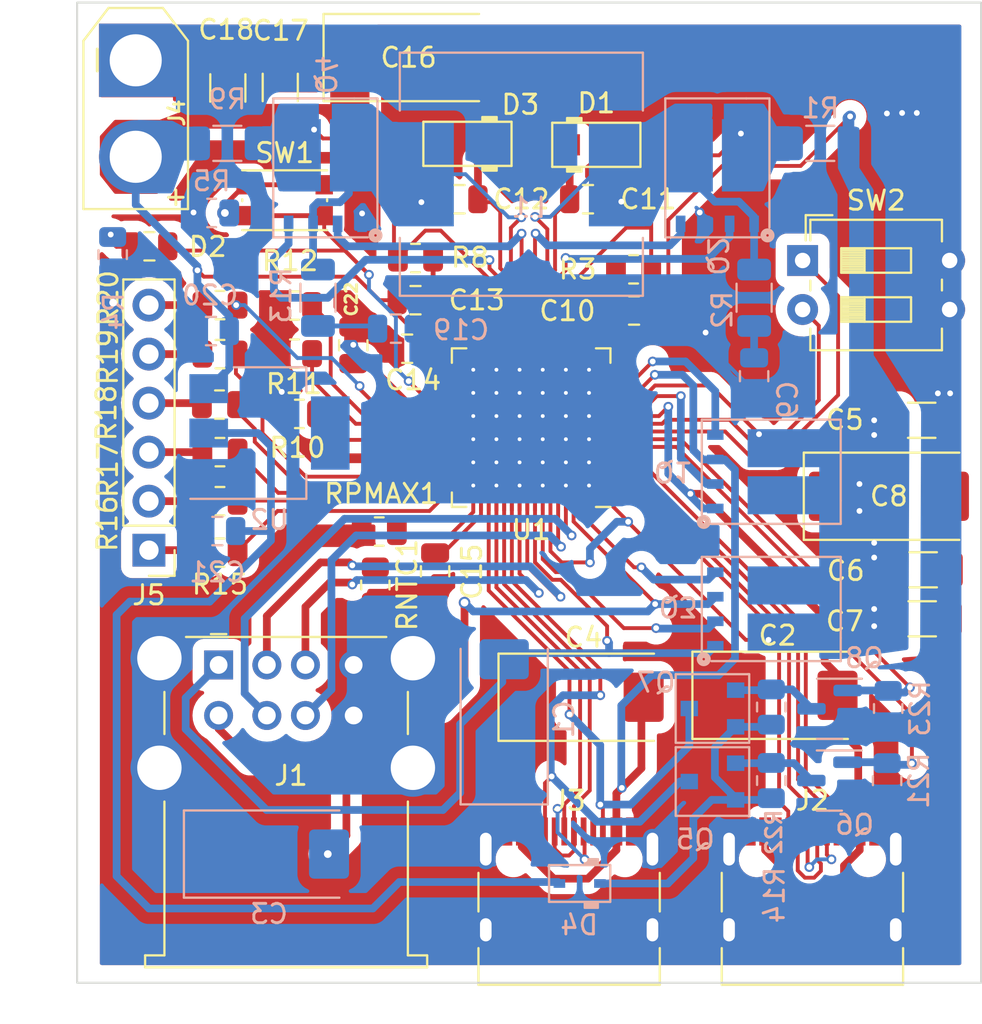
<source format=kicad_pcb>
(kicad_pcb (version 20211014) (generator pcbnew)
  (layers (0 "F.Cu" signal) (31 "B.Cu" signal) (34 "B.Paste" user) (35 "F.Paste" user) (36 "B.SilkS" user "B.Silkscreen") (37 "F.SilkS" user "F.Silkscreen") (38 "B.Mask" user) (39 "F.Mask" user) (44 "Edge.Cuts" user))
  (net 0 "")
  (net 1 "-BATT")
  (net 2 "/AOUT1")
  (net 3 "/CMOut")
  (net 4 "/AOUT2")
  (net 5 "/CCOUT")
  (net 6 "/VSYS-OUT")
  (net 7 "Net-(C9-Pad2)")
  (net 8 "Net-(C10-Pad2)")
  (net 9 "Net-(C11-Pad1)")
  (net 10 "/HbridgeR")
  (net 11 "Net-(C12-Pad1)")
  (net 12 "/HbridgeL")
  (net 13 "+BATT")
  (net 14 "Net-(C13-Pad2)")
  (net 15 "Net-(C14-Pad1)")
  (net 16 "Net-(C15-Pad2)")
  (net 17 "Net-(C19-Pad2)")
  (net 18 "/+5V")
  (net 19 "Net-(C22-Pad2)")
  (net 20 "Net-(D2-Pad1)")
  (net 21 "Net-(D2-Pad2)")
  (net 22 "Net-(J1-Pad2)")
  (net 23 "Net-(J1-Pad3)")
  (net 24 "Net-(J1-Pad6)")
  (net 25 "Net-(J1-Pad7)")
  (net 26 "/CIO2_CC1")
  (net 27 "/DPB")
  (net 28 "/DMB")
  (net 29 "/CIO2_CC2")
  (net 30 "/CIO1_CC1")
  (net 31 "/DPC")
  (net 32 "/DMC")
  (net 33 "/CIO1_CC2")
  (net 34 "Net-(J5-Pad1)")
  (net 35 "Net-(J5-Pad2)")
  (net 36 "Net-(J5-Pad3)")
  (net 37 "Net-(J5-Pad4)")
  (net 38 "Net-(J5-Pad5)")
  (net 39 "Net-(J5-Pad6)")
  (net 40 "Net-(Q1-Pad2)")
  (net 41 "Net-(Q1-Pad4)")
  (net 42 "Net-(Q2-Pad2)")
  (net 43 "Net-(Q2-Pad4)")
  (net 44 "/SYSOUT")
  (net 45 "Net-(Q3-Pad2)")
  (net 46 "Net-(Q3-Pad4)")
  (net 47 "Net-(Q4-Pad2)")
  (net 48 "Net-(Q4-Pad4)")
  (net 49 "/SYSOUTBAT")
  (net 50 "Net-(Q5-Pad1)")
  (net 51 "/EMK_CRTL1")
  (net 52 "Net-(Q7-Pad1)")
  (net 53 "/EMK_CRTL2")
  (net 54 "Net-(R5-Pad1)")
  (net 55 "Net-(R10-Pad1)")
  (net 56 "Net-(R11-Pad1)")
  (net 57 "/LED1")
  (net 58 "/LED2")
  (net 59 "/LED3")
  (net 60 "/LED4")
  (net 61 "/LED5")
  (net 62 "/LED6")
  (net 63 "Net-(R12-Pad1)")
  (net 64 "Net-(RPMAX1-Pad1)")
  (net 65 "Net-(SW2-Pad1)")
  (net 66 "Net-(SW2-Pad2)")
  (net 71 "/+5v")
  (footprint "Resistor_SMD:R_0805_2012Metric" (layer "F.Cu") (at 120.9548 105.1833 -90)
    (fp_text reference "RNTC1")
    (fp_text value "10K")
  )
  (footprint "Resistor_SMD:R_0805_2012Metric" (layer "F.Cu") (at 121.158 102.4128 180)
    (fp_text reference "RPMAX1")
    (fp_text value "3.6K")
  )
  (footprint "Resistor_SMD:R_0805_2012Metric" (layer "F.Cu") (at 112.8776 95.8342 180)
    (fp_text reference "R18")
    (fp_text value "100R")
  )
  (footprint "Capacitor_SMD:C_1206_3216Metric" (layer "F.Cu") (at 149.2758 96.647)
    (fp_text reference "C5")
    (fp_text value "22uf")
  )
  (footprint "Capacitor_SMD:C_1206_3216Metric" (layer "F.Cu") (at 149.3012 106.934)
    (fp_text reference "C7")
    (fp_text value "22uf")
  )
  (footprint "Resistor_SMD:R_0805_2012Metric" (layer "F.Cu") (at 123.0376 88.2396 180)
    (fp_text reference "R8")
    (fp_text value "10R")
  )
  (footprint "Resistor_SMD:R_0805_2012Metric" (layer "F.Cu") (at 116.7638 90.7034 180)
    (fp_text reference "R12")
    (fp_text value "100R")
  )
  (footprint "Capacitor_SMD:C_0805_2012Metric" (layer "F.Cu") (at 109.2454 87.63)
    (fp_text reference "D2")
    (fp_text value "LED")
  )
  (footprint "Resistor_SMD:R_0805_2012Metric" (layer "F.Cu") (at 112.903 100.838 180)
    (fp_text reference "R16")
    (fp_text value "100R")
  )
  (footprint "Capacitor_SMD:C_1206_3216Metric" (layer "F.Cu") (at 113.3094 79.4258 90)
    (fp_text reference "C18")
    (fp_text value "22uf")
  )
  (footprint "Resistor_SMD:R_0805_2012Metric" (layer "F.Cu") (at 116.7638 93.1926 180)
    (fp_text reference "R11")
    (fp_text value "6.2K")
  )
  (footprint "Capacitor_SMD:C_0805_2012Metric" (layer "F.Cu") (at 125.3236 85.1916 180)
    (fp_text reference "C12")
    (fp_text value "0.1uf")
  )
  (footprint "Capacitor_SMD:C_0805_2012Metric" (layer "F.Cu") (at 131.9784 85.1916)
    (fp_text reference "C11")
    (fp_text value "0.1uf")
  )
  (footprint "Capacitor_Tantalum_SMD:CP_EIA-7343-31_Kemet-D" (layer "F.Cu") (at 131.75 111)
    (fp_text reference "C4")
    (fp_text value "10uf")
  )
  (footprint "Button_Switch_SMD:SW_Push_1P1T_NO_CK_KMR2" (layer "F.Cu") (at 116.2558 85.2424)
    (fp_text reference "SW1")
    (fp_text value "SW_Push")
  )
  (footprint "Package_DFN_QFN:QFN-64-1EP_8x8mm_P0.4mm_EP6.5x6.5mm_ThermalVias" (layer "F.Cu") (at 129.032 97.028 180)
    (fp_text reference "U1")
    (fp_text value "IP5389")
  )
  (footprint "Capacitor_SMD:C_1206_3216Metric" (layer "F.Cu") (at 149.352 104.394)
    (fp_text reference "C6")
    (fp_text value "22uf")
  )
  (footprint "Resistor_SMD:R_0805_2012Metric" (layer "F.Cu") (at 112.903 93.218 180)
    (fp_text reference "R19")
    (fp_text value "100R")
  )
  (footprint "Capacitor_Tantalum_SMD:CP_EIA-7343-31_Kemet-D" (layer "F.Cu") (at 147.574 100.584)
    (fp_text reference "C8")
    (fp_text value "100uf")
  )
  (footprint "Diode_SMD_AKL:D_SOD-123F" (layer "F.Cu") (at 125.73 82.3214 180)
    (fp_text reference "D3")
    (fp_text value "SMF30A")
  )
  (footprint "Resistor_SMD:R_0805_2012Metric" (layer "F.Cu") (at 112.903 98.298 180)
    (fp_text reference "R17")
    (fp_text value "100R")
  )
  (footprint "Connector_AMASS:AMASS_XT30U-M_1x02_P5.0mm_Vertical" (layer "F.Cu") (at 108.5342 77.9926 -90)
    (fp_text reference "J4")
    (fp_text value "XT60")
  )
  (footprint "Capacitor_Tantalum_SMD:CP_EIA-7343-31_Kemet-D" (layer "F.Cu") (at 122.682 77.851)
    (fp_text reference "C16")
    (fp_text value "100uf")
  )
  (footprint "Capacitor_Tantalum_SMD:CP_EIA-7343-31_Kemet-D" (layer "F.Cu") (at 141.8 110.9)
    (fp_text reference "C2")
    (fp_text value "10uf")
  )
  (footprint "Capacitor_SMD:C_0805_2012Metric" (layer "F.Cu") (at 122.6058 92.9386 180)
    (fp_text reference "C14")
    (fp_text value "2.2nf")
  )
  (footprint "Capacitor_SMD:C_0805_2012Metric" (layer "F.Cu") (at 134.366 90.9574 180)
    (fp_text reference "C10")
    (fp_text value "1uf")
  )
  (footprint "Resistor_SMD:R_0805_2012Metric" (layer "F.Cu") (at 117.0178 96.3168 180)
    (fp_text reference "R10")
    (fp_text value "27K")
  )
  (footprint "Resistor_SMD:R_0805_2012Metric" (layer "F.Cu") (at 112.903 90.678 180)
    (fp_text reference "R20")
    (fp_text value "100R")
  )
  (footprint "Capacitor_SMD:C_0805_2012Metric" (layer "F.Cu") (at 124.0536 104.4702 90)
    (fp_text reference "C15")
    (fp_text value "0.1uf")
  )
  (footprint "Capacitor_SMD:C_1206_3216Metric" (layer "F.Cu") (at 116.0272 79.4004 90)
    (fp_text reference "C17")
    (fp_text value "22uf")
  )
  (footprint "Capacitor_SMD:C_0805_2012Metric" (layer "F.Cu") (at 123.0376 90.424)
    (fp_text reference "C13")
    (fp_text value "1uf")
  )
  (footprint "Button_Switch_THT:SW_DIP_SPSTx02_Slide_6.7x6.64mm_W7.62mm_P2.54mm_LowProfile" (layer "F.Cu") (at 143.1036 88.3666)
    (fp_text reference "SW2")
    (fp_text value "SW_DIP_x02")
  )
  (footprint "Connector_USB:USB_C_Receptacle_HRO_TYPE-C-31-M-12" (layer "F.Cu") (at 143.6116 122)
    (fp_text reference "J2")
    (fp_text value "USB-C-PD-HRO")
  )
  (footprint "Resistor_SMD:R_0805_2012Metric" (layer "F.Cu") (at 134.3406 88.8238 180)
    (fp_text reference "R3")
    (fp_text value "10R")
  )
  (footprint "Connector_PinHeader_2.54mm:PinHeader_1x06_P2.54mm_Vertical" (layer "F.Cu") (at 109.22 103.378 180)
    (fp_text reference "J5")
    (fp_text value "Conn_01x06_Female")
  )
  (footprint "Connector_USB:USB_A_Wuerth_61400826021_Horizontal_Stacked" (layer "F.Cu") (at 112.832 109.325)
    (fp_text reference "J1")
    (fp_text value "USB_A_Stacked")
  )
  (footprint "Connector_USB:USB_C_Receptacle_HRO_TYPE-C-31-M-12" (layer "F.Cu") (at 131 122)
    (fp_text reference "J3")
    (fp_text value "USB-C-PD-HRO")
  )
  (footprint "Capacitor_SMD:C_0805_2012Metric" (layer "F.Cu") (at 119.8118 92.7608 -90)
    (fp_text reference "C22")
    (fp_text value "2.2uf")
  )
  (footprint "Diode_SMD_AKL:D_SOD-123F" (layer "F.Cu") (at 132.4102 82.3722)
    (fp_text reference "D1")
    (fp_text value "SMF30A")
  )
  (footprint "Resistor_SMD:R_0805_2012Metric" (layer "F.Cu") (at 112.903 103.505 180)
    (fp_text reference "R15")
    (fp_text value "100R")
  )
  (footprint "Resistor_SMD:R_1206_3216Metric" (layer "B.Cu") (at 117.983 90.297 -90)
    (fp_text reference "R13")
    (fp_text value "2R")
  )
  (footprint "Package_TO_SOT_SMD_AKL:SC-59" (layer "B.Cu") (at 138.43 111.5822 180)
    (fp_text reference "Q7")
    (fp_text value "2SJ168")
  )
  (footprint "Capacitor_SMD:C_0805_2012Metric" (layer "B.Cu") (at 112.4356 92.0242 180)
    (fp_text reference "C20")
    (fp_text value "10uf")
  )
  (footprint "Diode_SMD_AKL:D_SOD-323" (layer "B.Cu") (at 131.5466 120.65 180)
    (fp_text reference "D4")
    (fp_text value "1SS355")
  )
  (footprint "Capacitor_Tantalum_SMD:CP_EIA-7343-31_Kemet-D" (layer "B.Cu") (at 115.443 119.126)
    (fp_text reference "C3")
    (fp_text value "10uf")
  )
  (footprint "Package_TO_SOT_SMD:SOT-23" (layer "B.Cu") (at 144.500362 111.5982 180)
    (fp_text reference "Q8")
    (fp_text value "2N7002")
  )
  (footprint "Package_SON_AKL:Infineon_PG-TDSON-8_Dual" (layer "B.Cu") (at 141.478 106.426)
    (fp_text reference "Q3")
    (fp_text value "IPG20N04S4-08")
  )
  (footprint "Resistor_SMD:R_1206_3216Metric" (layer "B.Cu") (at 140.589 90.297 90)
    (fp_text reference "R2")
    (fp_text value "2R")
  )
  (footprint "Package_TO_SOT_SMD:SOT-23" (layer "B.Cu") (at 144.489862 115.316 180)
    (fp_text reference "Q6")
    (fp_text value "2N7002")
  )
  (footprint "Capacitor_SMD:C_0805_2012Metric" (layer "B.Cu") (at 112.7658 102.3874 180)
    (fp_text reference "C21")
    (fp_text value "10uf")
  )
  (footprint "Package_TO_SOT_SMD:SOT-223" (layer "B.Cu") (at 115.4684 97.3074)
    (fp_text reference "U2")
    (fp_text value "AMS1117-5.0")
  )
  (footprint "Resistor_SMD:R_0805_2012Metric" (layer "B.Cu") (at 141.478 111.506 90)
    (fp_text reference "R22")
    (fp_text value "10k")
  )
  (footprint "Capacitor_SMD:C_0805_2012Metric" (layer "B.Cu") (at 140.589 94.361 90)
    (fp_text reference "C9")
    (fp_text value "2.2nf")
  )
  (footprint "Resistor_SMD:R_1206_3216Metric" (layer "B.Cu") (at 113.284 82.296)
    (fp_text reference "R9")
    (fp_text value "0.005R")
  )
  (footprint "Package_SON_AKL:Infineon_PG-TDSON-8_Dual" (layer "B.Cu") (at 141.478 99.314)
    (fp_text reference "Q1")
    (fp_text value "IPG20N04S4-08")
  )
  (footprint "Capacitor_Tantalum_SMD:CP_EIA-7343-31_Kemet-D" (layer "B.Cu") (at 127.635 112.141 90)
    (fp_text reference "C1")
    (fp_text value "10uf")
  )
  (footprint "Resistor_SMD:R_1206_3216Metric" (layer "B.Cu") (at 144.018 82.296 180)
    (fp_text reference "R1")
    (fp_text value "0.005R")
  )
  (footprint "Package_SON_AKL:Infineon_PG-TDSON-8_Dual" (layer "B.Cu") (at 138.684 83.566 90)
    (fp_text reference "Q2")
    (fp_text value "IPG20N04S4-08")
  )
  (footprint "Inductor_SMD:L_12x12mm_H6mm" (layer "B.Cu") (at 128.524 83.8962 180)
    (fp_text reference "L1")
    (fp_text value "10uh")
  )
  (footprint "Resistor_SMD:R_0805_2012Metric" (layer "B.Cu") (at 141.478 115.316 90)
    (fp_text reference "R14")
    (fp_text value "10k")
  )
  (footprint "Package_TO_SOT_SMD_AKL:SC-59" (layer "B.Cu") (at 138.43 115.3668 180)
    (fp_text reference "Q5")
    (fp_text value "2SJ168")
  )
  (footprint "Capacitor_SMD:C_0805_2012Metric" (layer "B.Cu") (at 122.0216 91.8972 180)
    (fp_text reference "C19")
    (fp_text value "2.2nf")
  )
  (footprint "Resistor_SMD:R_0805_2012Metric" (layer "B.Cu") (at 147.482562 115.3254 90)
    (fp_text reference "R21")
    (fp_text value "10k")
  )
  (footprint "Resistor_SMD:R_0805_2012Metric" (layer "B.Cu") (at 107.3404 88.0618 90)
    (fp_text reference "R4")
    (fp_text value "10K")
  )
  (footprint "Package_SON_AKL:Infineon_PG-TDSON-8_Dual" (layer "B.Cu") (at 118.364 83.566 90)
    (fp_text reference "Q4")
    (fp_text value "IPG20N04S4-08")
  )
  (footprint "Resistor_SMD:R_0805_2012Metric" (layer "B.Cu") (at 147.537862 111.5822 90)
    (fp_text reference "R23")
    (fp_text value "10k")
  )
  (footprint "Resistor_SMD:R_0805_2012Metric" (layer "B.Cu") (at 112.4712 85.9028 180)
    (fp_text reference "R5")
    (fp_text value "10K")
  )
  (gr_rect (start 105.5 75) (end 152.3542 125.793) (layer "Edge.Cuts") (width 0.1) (fill none))
  (segment (start 132.982 94.028) (end 132.032 94.028) (width 0.2) (layer "F.Cu") (net 1))
  (segment (start 125.082 94.828) (end 126.832 94.828) (width 0.2) (layer "F.Cu") (net 1))
  (segment (start 137.7696 85.8774) (end 138.049 86.1568) (width 0.2) (layer "F.Cu") (net 1))
  (segment (start 119.8118 91.8108) (end 119.8118 92.7354) (width 0.4) (layer "F.Cu") (net 1))
  (segment (start 138.049 86.1568) (end 138.049 92.075) (width 0.2) (layer "F.Cu") (net 1))
  (segment (start 138.049 92.075) (end 138.0744 92.1004) (width 0.2) (layer "F.Cu") (net 1))
  (segment (start 126.832 94.828) (end 129.032 97.028) (width 0.2) (layer "F.Cu") (net 1))
  (via (at 148.2598 80.7212) (size 0.5) (drill 0.3) (layers "F.Cu" "B.Cu") (net 1))
  (via (at 138.0744 92.1004) (size 0.5) (drill 0.3) (layers "F.Cu" "B.Cu") (net 1))
  (via (at 119.8118 92.7354) (size 0.5) (drill 0.3) (layers "F.Cu" "B.Cu") (net 1))
  (via (at 149.0218 80.7212) (size 0.5) (drill 0.3) (layers "F.Cu" "B.Cu") (net 1))
  (via (at 147.4724 80.7466) (size 0.5) (drill 0.3) (layers "F.Cu" "B.Cu") (net 1))
  (via (at 137.7696 85.8774) (size 0.5) (drill 0.3) (layers "F.Cu" "B.Cu") (net 1))
  (via (at 120.269 85.9282) (size 0.5) (drill 0.3) (layers "F.Cu" "B.Cu") (net 1))
  (via (at 107.3658 90.551) (size 0.8) (drill 0.4) (layers "F.Cu" "B.Cu") (net 1))
  (via (at 111.5314 85.8774) (size 0.5) (drill 0.3) (layers "F.Cu" "B.Cu") (net 1))
  (via (at 150.749 95.25) (size 0.5) (drill 0.3) (layers "F.Cu" "B.Cu") (net 1))
  (via (at 150.114 95.25) (size 0.5) (drill 0.3) (layers "F.Cu" "B.Cu") (net 1))
  (via (at 116.1034 95.1738) (size 0.5) (drill 0.3) (layers "F.Cu" "B.Cu") (net 1))
  (segment (start 138.0744 92.6214) (end 140.589 95.136) (width 0.2) (layer "B.Cu") (net 1))
  (segment (start 137.7696 86.1866) (end 138.049 86.466) (width 0.2) (layer "B.Cu") (net 1))
  (segment (start 137.7696 85.8774) (end 137.7696 86.1866) (width 0.2) (layer "B.Cu") (net 1))
  (segment (start 138.0744 92.1004) (end 138.0744 92.6214) (width 0.2) (layer "B.Cu") (net 1))
  (segment (start 120.269 86.466) (end 120.269 85.9282) (width 0.2) (layer "B.Cu") (net 1))
  (segment (start 129.232 104.007741) (end 129.232 100.978) (width 0.2) (layer "F.Cu") (net 2))
  (segment (start 132.969 107.315) (end 130.566234 104.912234) (width 0.2) (layer "F.Cu") (net 2))
  (segment (start 130.566234 104.912234) (end 130.136493 104.912234) (width 0.2) (layer "F.Cu") (net 2))
  (segment (start 132.969 108.077) (end 132.969 107.315) (width 0.2) (layer "F.Cu") (net 2))
  (segment (start 130.136493 104.912234) (end 129.232 104.007741) (width 0.2) (layer "F.Cu") (net 2))
  (via (at 132.969 108.077) (size 0.5) (drill 0.3) (layers "F.Cu" "B.Cu") (net 2))
  (segment (start 111.125 112.649) (end 111.125 111.032) (width 0.4) (layer "B.Cu") (net 2))
  (segment (start 127.8499 108.712) (end 133.0706 108.712) (width 0.4) (layer "B.Cu") (net 2))
  (segment (start 133.0706 108.712) (end 138.197 108.712) (width 0.4) (layer "B.Cu") (net 2))
  (segment (start 115.316 116.84) (end 111.125 112.649) (width 0.4) (layer "B.Cu") (net 2))
  (segment (start 111.125 111.032) (end 112.832 109.325) (width 0.4) (layer "B.Cu") (net 2))
  (segment (start 127.5334 109.0285) (end 127.8499 108.712) (width 0.4) (layer "B.Cu") (net 2))
  (segment (start 138.197 108.712) (end 138.578 108.331) (width 0.4) (layer "B.Cu") (net 2))
  (segment (start 124.46 116.84) (end 115.316 116.84) (width 0.4) (layer "B.Cu") (net 2))
  (segment (start 133.0706 108.712) (end 133.0706 108.1786) (width 0.4) (layer "B.Cu") (net 2))
  (segment (start 127.5334 110.2106) (end 125.349 112.395) (width 0.4) (layer "B.Cu") (net 2))
  (segment (start 133.0706 108.1786) (end 132.969 108.077) (width 0.4) (layer "B.Cu") (net 2))
  (segment (start 127.5334 109.0285) (end 127.5334 110.2106) (width 0.4) (layer "B.Cu") (net 2))
  (segment (start 125.349 112.395) (end 125.349 115.951) (width 0.4) (layer "B.Cu") (net 2))
  (segment (start 125.349 115.951) (end 124.46 116.84) (width 0.4) (layer "B.Cu") (net 2))
  (segment (start 142 120.35) (end 142.55 120.9) (width 0.4) (layer "F.Cu") (net 3))
  (segment (start 144.2466 106.86324) (end 144.2466 109.1692) (width 0.4) (layer "F.Cu") (net 3))
  (segment (start 136.1404 95.9426) (end 135.655 96.428) (width 0.2) (layer "F.Cu") (net 3))
  (segment (start 144.9125 109.8351) (end 144.9125 110.9) (width 0.4) (layer "F.Cu") (net 3))
  (segment (start 144.9125 112.591) (end 145.987 113.6655) (width 0.4) (layer "F.Cu") (net 3))
  (segment (start 137.84036 100.457) (end 144.2466 106.86324) (width 0.4) (layer "F.Cu") (net 3))
  (segment (start 145.25 120.25) (end 145.25 119.730209) (width 0.4) (layer "F.Cu") (net 3))
  (segment (start 135.655 96.428) (end 132.982 96.428) (width 0.2) (layer "F.Cu") (net 3))
  (segment (start 141.1616 117.955) (end 141.1616 118.918609) (width 0.4) (layer "F.Cu") (net 3))
  (segment (start 142.55 120.9) (end 144.6 120.9) (width 0.4) (layer "F.Cu") (net 3))
  (segment (start 137.287 100.457) (end 137.84036 100.457) (width 0.4) (layer "F.Cu") (net 3))
  (segment (start 144.9125 110.9) (end 144.9125 112.591) (width 0.4) (layer "F.Cu") (net 3))
  (segment (start 145.25 119.730209) (end 146.0616 118.918609) (width 0.4) (layer "F.Cu") (net 3))
  (segment (start 145.987 113.6655) (end 145.987 118.108) (width 0.4) (layer "F.Cu") (net 3))
  (segment (start 144.2466 109.1692) (end 144.9125 109.8351) (width 0.4) (layer "F.Cu") (net 3))
  (segment (start 146.0616 118.918609) (end 146.0616 117.955) (width 0.4) (layer "F.Cu") (net 3))
  (segment (start 144.6 120.9) (end 145.25 120.25) (width 0.4) (layer "F.Cu") (net 3))
  (segment (start 142 119.757009) (end 142 120.35) (width 0.4) (layer "F.Cu") (net 3))
  (segment (start 141.1616 118.918609) (end 142 119.757009) (width 0.4) (layer "F.Cu") (net 3))
  (via (at 137.287 100.457) (size 0.5) (drill 0.3) (layers "F.Cu" "B.Cu") (net 3))
  (via (at 136.1404 95.9426) (size 0.5) (drill 0.3) (layers "F.Cu" "B.Cu") (net 3))
  (segment (start 137.9474 101.219) (end 138.578 101.219) (width 0.4) (layer "B.Cu") (net 3))
  (segment (start 136.1404 99.412) (end 137.9474 101.219) (width 0.4) (layer "B.Cu") (net 3))
  (segment (start 136.1404 95.9426) (end 136.1404 99.412) (width 0.4) (layer "B.Cu") (net 3))
  (segment (start 124.1806 111.5568) (end 124.3584 111.5568) (width 0.4) (layer "F.Cu") (net 4))
  (segment (start 119.4562 114.2492) (end 119.8372 114.2492) (width 0.4) (layer "F.Cu") (net 4))
  (segment (start 114.4524 114.2492) (end 119.4562 114.2492) (width 0.4) (layer "F.Cu") (net 4))
  (segment (start 135.4582 106.1212) (end 131.232 101.895) (width 0.2) (layer "F.Cu") (net 4))
  (segment (start 113.538 113.3348) (end 114.4524 114.2492) (width 0.4) (layer "F.Cu") (net 4))
  (segment (start 119.8372 114.2492) (end 120.8278 113.2586) (width 0.4) (layer "F.Cu") (net 4))
  (segment (start 122.5296 111.5568) (end 124.1806 111.5568) (width 0.4) (layer "F.Cu") (net 4))
  (segment (start 124.3584 111.5568) (end 125.3744 110.5408) (width 0.4) (layer "F.Cu") (net 4))
  (segment (start 119.4562 118.1608) (end 119.4562 114.2492) (width 0.4) (layer "F.Cu") (net 4))
  (segment (start 120.8278 113.2586) (end 122.5296 111.5568) (width 0.4) (layer "F.Cu") (net 4))
  (segment (start 112.832 111.945) (end 112.832 112.6288) (width 0.4) (layer "F.Cu") (net 4))
  (segment (start 125.5776 110.3376) (end 125.5776 106.0958) (width 0.4) (layer "F.Cu") (net 4))
  (segment (start 118.491 119.126) (end 119.4562 118.1608) (width 0.4) (layer "F.Cu") (net 4))
  (segment (start 131.232 101.895) (end 131.232 100.978) (width 0.2) (layer "F.Cu") (net 4))
  (segment (start 135.4582 106.172) (end 135.4582 106.1212) (width 0.2) (layer "F.Cu") (net 4))
  (segment (start 112.832 112.6288) (end 113.538 113.3348) (width 0.4) (layer "F.Cu") (net 4))
  (segment (start 125.3744 110.5408) (end 125.5776 110.3376) (width 0.4) (layer "F.Cu") (net 4))
  (via (at 135.4582 106.172) (size 0.5) (drill 0.3) (layers "F.Cu" "B.Cu") (net 4))
  (via (at 125.5776 106.0958) (size 0.6) (drill 0.4) (layers "F.Cu" "B.Cu") (net 4))
  (via (at 118.491 119.126) (size 0.8) (drill 0.4) (layers "F.Cu" "B.Cu") (net 4))
  (segment (start 118.491 119.126) (end 118.5555 119.126) (width 0.4) (layer "B.Cu") (net 4))
  (segment (start 135.0772 106.553) (end 126.0348 106.553) (width 0.4) (layer "B.Cu") (net 4))
  (segment (start 138.197 106.172) (end 135.4582 106.172) (width 0.4) (layer "B.Cu") (net 4))
  (segment (start 135.4582 106.172) (end 135.0772 106.553) (width 0.4) (layer "B.Cu") (net 4))
  (segment (start 126.0348 106.553) (end 125.5776 106.0958) (width 0.4) (layer "B.Cu") (net 4))
  (segment (start 138.578 105.791) (end 138.197 106.172) (width 0.4) (layer "B.Cu") (net 4))
  (segment (start 134.747 111.1155) (end 134.8625 111) (width 0.4) (layer "F.Cu") (net 5))
  (segment (start 131.968609 120.4) (end 130.200489 120.4) (width 0.4) (layer "F.Cu") (net 5))
  (segment (start 133.731 115.697) (end 133.45 115.978) (width 0.4) (layer "F.Cu") (net 5))
  (segment (start 133.731 115.697) (end 134.747 114.681) (width 0.4) (layer "F.Cu") (net 5))
  (segment (start 134.50536 95.228) (end 132.982 95.228) (width 0.2) (layer "F.Cu") (net 5))
  (segment (start 128.55 118.749511) (end 128.55 117.955) (width 0.4) (layer "F.Cu") (net 5))
  (segment (start 133.45 117.955) (end 133.45 118.918609) (width 0.4) (layer "F.Cu") (net 5))
  (segment (start 135.444015 94.289345) (end 134.50536 95.228) (width 0.2) (layer "F.Cu") (net 5))
  (segment (start 134.747 114.681) (end 134.747 111.1155) (width 0.4) (layer "F.Cu") (net 5))
  (segment (start 130.200489 120.4) (end 128.55 118.749511) (width 0.4) (layer "F.Cu") (net 5))
  (segment (start 133.45 115.978) (end 133.45 117.955) (width 0.4) (layer "F.Cu") (net 5))
  (segment (start 133.45 118.918609) (end 131.968609 120.4) (width 0.4) (layer "F.Cu") (net 5))
  (via (at 135.444015 94.289345) (size 0.5) (drill 0.3) (layers "F.Cu" "B.Cu") (net 5))
  (via (at 133.731 115.697) (size 0.5) (drill 0.3) (layers "F.Cu" "B.Cu") (net 5))
  (segment (start 133.7056 111.4298) (end 135.2804 109.855) (width 0.4) (layer "B.Cu") (net 5))
  (segment (start 133.731 115.697) (end 133.7056 115.6716) (width 0.4) (layer "B.Cu") (net 5))
  (segment (start 137.922 98.679) (end 137.4394 98.1964) (width 0.4) (layer "B.Cu") (net 5))
  (segment (start 139.5984 109.0041) (end 139.5984 99.2124) (width 0.4) (layer "B.Cu") (net 5))
  (segment (start 138.7475 109.855) (end 139.5984 109.0041) (width 0.4) (layer "B.Cu") (net 5))
  (segment (start 133.7056 115.6716) (end 133.7056 111.4298) (width 0.4) (layer "B.Cu") (net 5))
  (segment (start 135.2804 109.855) (end 138.7475 109.855) (width 0.4) (layer "B.Cu") (net 5))
  (segment (start 137.4394 94.85325) (end 136.875495 94.289345) (width 0.4) (layer "B.Cu") (net 5))
  (segment (start 138.557 98.679) (end 137.922 98.679) (width 0.4) (layer "B.Cu") (net 5))
  (segment (start 139.5984 99.2124) (end 139.065 98.679) (width 0.4) (layer "B.Cu") (net 5))
  (segment (start 137.4394 98.1964) (end 137.4394 94.85325) (width 0.4) (layer "B.Cu") (net 5))
  (segment (start 138.557 98.679) (end 138.578 98.679) (width 0.2) (layer "B.Cu") (net 5))
  (segment (start 139.065 98.679) (end 138.578 98.679) (width 0.4) (layer "B.Cu") (net 5))
  (segment (start 136.875495 94.289345) (end 135.444015 94.289345) (width 0.4) (layer "B.Cu") (net 5))
  (segment (start 136.144 86.261503) (end 136.144 90.437) (width 0.2) (layer "F.Cu") (net 6))
  (segment (start 134.670366 95.628) (end 132.982 95.628) (width 0.2) (layer "F.Cu") (net 6))
  (segment (start 140.158 108.027) (end 141.3349 108.027) (width 0.2) (layer "F.Cu") (net 6))
  (segment (start 133.6386 94.428) (end 133.9088 94.1578) (width 0.2) (layer "F.Cu") (net 6))
  (segment (start 136.144 90.437) (end 134.125 92.456) (width 0.2) (layer "F.Cu") (net 6))
  (segment (start 133.1344 100.978) (end 132.032 100.978) (width 0.2) (layer "F.Cu") (net 6))
  (segment (start 132.334 92.456) (end 132.032 92.758) (width 0.2) (layer "F.Cu") (net 6))
  (segment (start 134.125 92.456) (end 132.334 92.456) (width 0.2) (layer "F.Cu") (net 6))
  (segment (start 133.9088 94.1578) (end 133.9088 93.4974) (width 0.2) (layer "F.Cu") (net 6))
  (segment (start 145.5674 80.899) (end 143.000889 83.465511) (width 0.2) (layer "F.Cu") (net 6))
  (segment (start 138.3191 94.8436) (end 135.454766 94.8436) (width 0.2) (layer "F.Cu") (net 6))
  (segment (start 133.4894 93.078) (end 132.032 93.078) (width 0.2) (layer "F.Cu") (net 6))
  (segment (start 135.454766 94.8436) (end 134.670366 95.628) (width 0.2) (layer "F.Cu") (net 6))
  (segment (start 132.032 92.758) (end 132.032 93.078) (width 0.2) (layer "F.Cu") (net 6))
  (segment (start 134.0612 101.9048) (end 134.0612 101.9302) (width 0.2) (layer "F.Cu") (net 6))
  (segment (start 131.632 93.078) (end 132.032 93.078) (width 0.2) (layer "F.Cu") (net 6))
  (segment (start 134.0612 101.9048) (end 133.1344 100.978) (width 0.2) (layer "F.Cu") (net 6))
  (segment (start 140.843 97.3675) (end 138.3191 94.8436) (width 0.2) (layer "F.Cu") (net 6))
  (segment (start 143.000889 83.465511) (end 138.939992 83.465511) (width 0.2) (layer "F.Cu") (net 6))
  (segment (start 132.982 94.428) (end 133.6386 94.428) (width 0.2) (layer "F.Cu") (net 6))
  (segment (start 130.617173 104.013) (end 130.032 103.427827) (width 0.2) (layer "F.Cu") (net 6))
  (segment (start 130.032 103.427827) (end 130.032 100.978) (width 0.2) (layer "F.Cu") (net 6))
  (segment (start 133.9088 93.4974) (end 133.4894 93.078) (width 0.2) (layer "F.Cu") (net 6))
  (segment (start 132.08 104.013) (end 130.617173 104.013) (width 0.2) (layer "F.Cu") (net 6))
  (segment (start 134.0612 101.9302) (end 140.158 108.027) (width 0.2) (layer "F.Cu") (net 6))
  (segment (start 138.939992 83.465511) (end 136.144 86.261503) (width 0.2) (layer "F.Cu") (net 6))
  (via (at 146.812 107.315) (size 0.5) (drill 0.3) (layers "F.Cu" "B.Cu") (net 6))
  (via (at 134.0612 101.9048) (size 0.5) (drill 0.3) (layers "F.Cu" "B.Cu") (net 6))
  (via (at 146.05 101.346) (size 0.5) (drill 0.3) (layers "F.Cu" "B.Cu") (net 6))
  (via (at 146.812 106.426) (size 0.5) (drill 0.3) (layers "F.Cu" "B.Cu") (net 6))
  (via (at 145.5674 80.899) (size 0.5) (drill 0.3) (layers "F.Cu" "B.Cu") (net 6))
  (via (at 140.843 97.3675) (size 0.5) (drill 0.3) (layers "F.Cu" "B.Cu") (net 6))
  (via (at 146.812 96.647) (size 0.5) (drill 0.3) (layers "F.Cu" "B.Cu") (net 6))
  (via (at 146.812 102.997) (size 0.5) (drill 0.3) (layers "F.Cu" "B.Cu") (net 6))
  (via (at 146.812 97.409) (size 0.5) (drill 0.3) (layers "F.Cu" "B.Cu") (net 6))
  (via (at 146.05 99.949) (size 0.5) (drill 0.3) (layers "F.Cu" "B.Cu") (net 6))
  (via (at 132.08 104.013) (size 0.5) (drill 0.3) (layers "F.Cu" "B.Cu") (net 6))
  (via (at 146.812 103.759) (size 0.5) (drill 0.3) (layers "F.Cu" "B.Cu") (net 6))
  (via (at 141.3349 108.027) (size 0.5) (drill 0.3) (layers "F.Cu" "B.Cu") (net 6))
  (segment (start 133.477 101.9048) (end 134.0612 101.9048) (width 0.4) (layer "B.Cu") (net 6))
  (segment (start 132.08 104.013) (end 132.08 103.3018) (width 0.4) (layer "B.Cu") (net 6))
  (segment (start 145.4805 80.9859) (end 145.5674 80.899) (width 0.6) (layer "B.Cu") (net 6))
  (segment (start 145.4805 82.296) (end 145.4805 80.9859) (width 0.6) (layer "B.Cu") (net 6))
  (segment (start 141.5695 98.094) (end 140.843 97.3675) (width 0.2) (layer "B.Cu") (net 6))
  (segment (start 142.128 98.094) (end 141.5695 98.094) (width 0.2) (layer "B.Cu") (net 6))
  (segment (start 132.08 103.3018) (end 133.477 101.9048) (width 0.4) (layer "B.Cu") (net 6))
  (segment (start 140.589 91.7595) (end 140.589 93.586) (width 0.4) (layer "B.Cu") (net 7))
  (segment (start 132.858305 90.9574) (end 131.232 92.583705) (width 0.2) (layer "F.Cu") (net 8))
  (segment (start 131.232 92.583705) (end 131.232 93.078) (width 0.2) (layer "F.Cu") (net 8))
  (segment (start 133.416 90.9574) (end 132.858305 90.9574) (width 0.2) (layer "F.Cu") (net 8))
  (segment (start 133.4281 90.9453) (end 133.416 90.9574) (width 0.25) (layer "F.Cu") (net 8))
  (segment (start 133.4281 88.8238) (end 133.4281 90.9453) (width 0.25) (layer "F.Cu") (net 8))
  (segment (start 130.03152 89.100486) (end 130.03152 93.07848) (width 0.2) (layer "F.Cu") (net 9))
  (segment (start 131.0102 82.3722) (end 131.0284 82.3904) (width 0.4) (layer "F.Cu") (net 9))
  (segment (start 131.0284 85.1916) (end 130.269719 85.950281) (width 0.2) (layer "F.Cu") (net 9))
  (segment (start 130.03152 93.07848) (end 130.032 93.078) (width 0.2) (layer "F.Cu") (net 9))
  (segment (start 130.269719 88.862287) (end 130.03152 89.100486) (width 0.2) (layer "F.Cu") (net 9))
  (segment (start 130.269719 85.950281) (end 130.269719 88.862287) (width 0.2) (layer "F.Cu") (net 9))
  (segment (start 131.0284 82.3904) (end 131.0284 85.1916) (width 0.4) (layer "F.Cu") (net 9))
  (segment (start 129.632 88.935) (end 129.632 93.078) (width 0.2) (layer "F.Cu") (net 10))
  (segment (start 129.2352 86.106) (end 129.8702 86.741) (width 0.2) (layer "F.Cu") (net 10))
  (segment (start 129.8702 88.6968) (end 129.632 88.935) (width 0.2) (layer "F.Cu") (net 10))
  (segment (start 133.0554 85.3186) (end 132.9284 85.1916) (width 0.4) (layer "F.Cu") (net 10))
  (segment (start 133.7056 85.3186) (end 133.0554 85.3186) (width 0.4) (layer "F.Cu") (net 10))
  (segment (start 129.8702 86.741) (end 129.8702 88.6968) (width 0.2) (layer "F.Cu") (net 10))
  (via (at 129.2352 86.106) (size 0.5) (drill 0.3) (layers "F.Cu" "B.Cu") (net 10))
  (via (at 133.7056 85.3186) (size 0.5) (drill 0.3) (layers "F.Cu" "B.Cu") (net 10))
  (segment (start 137.464 83.806) (end 137.464 84.2256) (width 0.4) (layer "B.Cu") (net 10))
  (segment (start 140.589 86.106) (end 140.589 86.466) (width 0.2) (layer "B.Cu") (net 10))
  (segment (start 138.557 85.3186) (end 139.8016 85.3186) (width 0.4) (layer "B.Cu") (net 10))
  (segment (start 137.464 82.916) (end 137.464 83.806) (width 0.2) (layer "B.Cu") (net 10))
  (segment (start 139.8016 85.3186) (end 140.589 86.106) (width 0.4) (layer "B.Cu") (net 10))
  (segment (start 130.0226 86.106) (end 132.2324 83.8962) (width 0.2) (layer "B.Cu") (net 10))
  (segment (start 140.589 86.466) (end 140.589 88.8345) (width 0.4) (layer "B.Cu") (net 10))
  (segment (start 132.2324 83.8962) (end 133.474 83.8962) (width 0.2) (layer "B.Cu") (net 10))
  (segment (start 137.464 84.2256) (end 138.557 85.3186) (width 0.4) (layer "B.Cu") (net 10))
  (segment (start 129.2352 86.106) (end 130.0226 86.106) (width 0.2) (layer "B.Cu") (net 10))
  (segment (start 140.589 86.2838) (end 140.589 86.466) (width 0.4) (layer "B.Cu") (net 10))
  (segment (start 128.03248 93.07752) (end 128.032 93.078) (width 0.2) (layer "F.Cu") (net 11))
  (segment (start 127.43 85.8248) (end 127.43 88.77) (width 0.2) (layer "F.Cu") (net 11))
  (segment (start 126.9492 85.344) (end 127.43 85.8248) (width 0.2) (layer "F.Cu") (net 11))
  (segment (start 128.03248 89.37248) (end 128.03248 93.07752) (width 0.2) (layer "F.Cu") (net 11))
  (segment (start 126.2736 83.1778) (end 126.2736 85.1916) (width 0.4) (layer "F.Cu") (net 11))
  (segment (start 126.124 85.344) (end 126.9492 85.344) (width 0.2) (layer "F.Cu") (net 11))
  (segment (start 127.43 88.77) (end 128.03248 89.37248) (width 0.2) (layer "F.Cu") (net 11))
  (segment (start 127.13 82.3214) (end 126.2736 83.1778) (width 0.4) (layer "F.Cu") (net 11))
  (segment (start 128.43248 89.27092) (end 128.432 89.2714) (width 0.2) (layer "F.Cu") (net 12))
  (segment (start 127.983063 86.672337) (end 127.983063 88.510986) (width 0.2) (layer "F.Cu") (net 12))
  (segment (start 127.983063 88.510986) (end 128.43248 88.960403) (width 0.2) (layer "F.Cu") (net 12))
  (segment (start 124.2212 85.344) (end 124.3736 85.1916) (width 0.4) (layer "F.Cu") (net 12))
  (segment (start 123.3424 85.344) (end 124.2212 85.344) (width 0.4) (layer "F.Cu") (net 12))
  (segment (start 128.524 86.1314) (end 127.983063 86.672337) (width 0.2) (layer "F.Cu") (net 12))
  (segment (start 128.432 89.2714) (end 128.432 93.078) (width 0.2) (layer "F.Cu") (net 12))
  (segment (start 128.43248 88.960403) (end 128.43248 89.27092) (width 0.2) (layer "F.Cu") (net 12))
  (via (at 128.524 86.1314) (size 0.5) (drill 0.3) (layers "F.Cu" "B.Cu") (net 12))
  (via (at 123.3424 85.344) (size 0.5) (drill 0.3) (layers "F.Cu" "B.Cu") (net 12))
  (segment (start 117.729 86.466) (end 117.729 88.8345) (width 0.4) (layer "B.Cu") (net 12))
  (segment (start 117.729 85.598) (end 117.983 85.344) (width 0.4) (layer "B.Cu") (net 12))
  (segment (start 128.524 86.1314) (end 127.8636 86.1314) (width 0.2) (layer "B.Cu") (net 12))
  (segment (start 125.6284 83.8962) (end 123.574 83.8962) (width 0.2) (layer "B.Cu") (net 12))
  (segment (start 117.729 86.466) (end 117.729 85.598) (width 0.4) (layer "B.Cu") (net 12))
  (segment (start 117.983 85.344) (end 119.126 85.344) (width 0.4) (layer "B.Cu") (net 12))
  (segment (start 127.8636 86.1314) (end 125.6284 83.8962) (width 0.2) (layer "B.Cu") (net 12))
  (segment (start 119.126 85.344) (end 119.584 84.886) (width 0.4) (layer "B.Cu") (net 12))
  (segment (start 119.584 84.886) (end 119.584 82.916) (width 0.4) (layer "B.Cu") (net 12))
  (segment (start 111.7346 88.8746) (end 112.0648 89.2048) (width 0.2) (layer "F.Cu") (net 13))
  (segment (start 126.032 92.4532) (end 125.2982 91.7194) (width 0.2) (layer "F.Cu") (net 13))
  (segment (start 121.168273 90.424) (end 122.0876 90.424) (width 0.2) (layer "F.Cu") (net 13))
  (segment (start 112.0648 89.2048) (end 119.949073 89.2048) (width 0.2) (layer "F.Cu") (net 13))
  (segment (start 119.949073 89.2048) (end 121.168273 90.424) (width 0.2) (layer "F.Cu") (net 13))
  (segment (start 126.432 93.078) (end 126.032 93.078) (width 0.2) (layer "F.Cu") (net 13))
  (segment (start 126.032 93.078) (end 126.032 92.4532) (width 0.2) (layer "F.Cu") (net 13))
  (segment (start 122.6566 91.7194) (end 122.0876 91.1504) (width 0.2) (layer "F.Cu") (net 13))
  (segment (start 125.2982 91.7194) (end 122.6566 91.7194) (width 0.2) (layer "F.Cu") (net 13))
  (segment (start 122.0876 91.1504) (end 122.0876 90.424) (width 0.2) (layer "F.Cu") (net 13))
  (via (at 111.7346 88.8746) (size 0.5) (drill 0.3) (layers "F.Cu" "B.Cu") (net 13))
  (segment (start 108.5342 85.471) (end 108.5342 82.9926) (width 0.4) (layer "B.Cu") (net 13))
  (segment (start 111.7346 89.589948) (end 113.3856 91.240948) (width 0.4) (layer "B.Cu") (net 13))
  (segment (start 111.7346 88.6714) (end 108.5342 85.471) (width 0.4) (layer "B.Cu") (net 13))
  (segment (start 113.3856 92.0242) (end 113.3856 93.9402) (width 0.4) (layer "B.Cu") (net 13))
  (segment (start 113.3856 91.240948) (end 113.3856 92.0242) (width 0.4) (layer "B.Cu") (net 13))
  (segment (start 111.7346 88.8746) (end 111.7346 88.6714) (width 0.4) (layer "B.Cu") (net 13))
  (segment (start 111.7346 88.8746) (end 111.7346 89.589948) (width 0.4) (layer "B.Cu") (net 13))
  (segment (start 113.3856 93.9402) (end 112.3184 95.0074) (width 0.4) (layer "B.Cu") (net 13))
  (segment (start 123.9501 90.3865) (end 123.9501 88.2396) (width 0.25) (layer "F.Cu") (net 14))
  (segment (start 123.9876 90.424) (end 126.0602 90.424) (width 0.25) (layer "F.Cu") (net 14))
  (segment (start 126.0602 90.424) (end 126.80748 91.17128) (width 0.25) (layer "F.Cu") (net 14))
  (segment (start 126.832 91.1958) (end 126.832 93.078) (width 0.2) (layer "F.Cu") (net 14))
  (segment (start 123.9876 90.424) (end 123.9501 90.3865) (width 0.25) (layer "F.Cu") (net 14))
  (segment (start 126.80748 91.17128) (end 126.80748 91.1958) (width 0.25) (layer "F.Cu") (net 14))
  (segment (start 125.082 94.428) (end 123.8666 94.428) (width 0.2) (layer "F.Cu") (net 15))
  (segment (start 123.8666 94.428) (end 123.5558 94.1172) (width 0.2) (layer "F.Cu") (net 15))
  (segment (start 123.5558 94.1172) (end 123.5558 92.9386) (width 0.2) (layer "F.Cu") (net 15))
  (segment (start 124.476406 103.5202) (end 126.431999 101.564607) (width 0.2) (layer "F.Cu") (net 16))
  (segment (start 124.0536 103.5202) (end 124.476406 103.5202) (width 0.2) (layer "F.Cu") (net 16))
  (segment (start 126.431999 101.564607) (end 126.432 100.978) (width 0.2) (layer "F.Cu") (net 16))
  (segment (start 124.0536 103.5202) (end 123.303 104.2708) (width 0.2) (layer "F.Cu") (net 16))
  (segment (start 123.303 104.2708) (end 120.9548 104.2708) (width 0.2) (layer "F.Cu") (net 16))
  (segment (start 117.983 91.7595) (end 120.9339 91.7595) (width 0.25) (layer "B.Cu") (net 17))
  (segment (start 120.9339 91.7595) (end 121.0716 91.8972) (width 0.25) (layer "B.Cu") (net 17))
  (segment (start 114.8588 97.3074) (end 112.3184 97.3074) (width 0.4) (layer "B.Cu") (net 18))
  (segment (start 108.2294 106.045) (end 112.3696 106.045) (width 0.4) (layer "B.Cu") (net 18))
  (segment (start 122.1994 120.5738) (end 120.8278 121.9454) (width 0.4) (layer "B.Cu") (net 18))
  (segment (start 115.5446 97.9932) (end 114.8588 97.3074) (width 0.4) (layer "B.Cu") (net 18))
  (segment (start 115.5446 102.87) (end 115.5446 102.4128) (width 0.4) (layer "B.Cu") (net 18))
  (segment (start 107.5436 120.269) (end 107.5436 106.7308) (width 0.4) (layer "B.Cu") (net 18))
  (segment (start 113.7158 102.3874) (end 115.5192 102.3874) (width 0.4) (layer "B.Cu") (net 18))
  (segment (start 112.3696 106.045) (end 115.5446 102.87) (width 0.4) (layer "B.Cu") (net 18))
  (segment (start 115.5446 102.4128) (end 115.5446 97.9932) (width 0.4) (layer "B.Cu") (net 18))
  (segment (start 130.4966 120.65) (end 130.4204 120.5738) (width 0.4) (layer "B.Cu") (net 18))
  (segment (start 107.5436 106.7308) (end 108.2294 106.045) (width 0.4) (layer "B.Cu") (net 18))
  (segment (start 120.8278 121.9454) (end 109.22 121.9454) (width 0.4) (layer "B.Cu") (net 18))
  (segment (start 130.4204 120.5738) (end 122.1994 120.5738) (width 0.4) (layer "B.Cu") (net 18))
  (segment (start 109.22 121.9454) (end 107.5436 120.269) (width 0.4) (layer "B.Cu") (net 18))
  (segment (start 115.5192 102.3874) (end 115.5446 102.4128) (width 0.4) (layer "B.Cu") (net 18))
  (segment (start 125.082 95.628) (end 122.618 95.628) (width 0.2) (layer "F.Cu") (net 19))
  (segment (start 122.618 95.628) (end 120.7008 93.7108) (width 0.2) (layer "F.Cu") (net 19))
  (segment (start 120.7008 93.7108) (end 119.8118 93.7108) (width 0.2) (layer "F.Cu") (net 19))
  (segment (start 107.5436 87.63) (end 108.2954 87.63) (width 0.25) (layer "F.Cu") (net 20))
  (segment (start 107.2388 87.0204) (end 107.2388 87.3252) (width 0.25) (layer "F.Cu") (net 20))
  (segment (start 107.2388 87.3252) (end 107.5436 87.63) (width 0.25) (layer "F.Cu") (net 20))
  (via (at 107.2388 87.0204) (size 0.5) (drill 0.3) (layers "F.Cu" "B.Cu") (net 20))
  (segment (start 120.523 88.9906) (end 120.523 89.0016) (width 0.2) (layer "F.Cu") (net 21))
  (segment (start 110.1954 87.63) (end 110.4174 87.852) (width 0.2) (layer "F.Cu") (net 21))
  (segment (start 122.682 94.615) (end 123.295 95.228) (width 0.2) (layer "F.Cu") (net 21))
  (segment (start 120.6246 89.1032) (end 118.3058 86.7844) (width 0.2) (layer "F.Cu") (net 21))
  (segment (start 110.4174 87.852) (end 119.3844 87.852) (width 0.2) (layer "F.Cu") (net 21))
  (segment (start 114.2058 86.0424) (end 118.3058 86.0424) (width 0.25) (layer "F.Cu") (net 21))
  (segment (start 118.3058 86.7844) (end 118.3058 86.0424) (width 0.2) (layer "F.Cu") (net 21))
  (segment (start 120.523 89.0016) (end 120.6246 89.1032) (width 0.2) (layer "F.Cu") (net 21))
  (segment (start 123.295 95.228) (end 125.082 95.228) (width 0.2) (layer "F.Cu") (net 21))
  (segment (start 119.3844 87.852) (end 120.523 88.9906) (width 0.2) (layer "F.Cu") (net 21))
  (via (at 122.682 94.615) (size 0.5) (drill 0.3) (layers "F.Cu" "B.Cu") (net 21))
  (via (at 120.6246 89.1032) (size 0.5) (drill 0.3) (layers "F.Cu" "B.Cu") (net 21))
  (segment (start 122.0216 93.9546) (end 122.0216 91.2876) (width 0.2) (layer "B.Cu") (net 21))
  (segment (start 120.6246 89.8906) (end 120.6246 89.1032) (width 0.2) (layer "B.Cu") (net 21))
  (segment (start 122.0216 91.2876) (end 120.6246 89.8906) (width 0.2) (layer "B.Cu") (net 21))
  (segment (start 122.682 94.615) (end 122.0216 93.9546) (width 0.2) (layer "B.Cu") (net 21))
  (segment (start 119.6086 104.013) (end 118.11 104.013) (width 0.4) (layer "F.Cu") (net 22))
  (segment (start 118.11 104.013) (end 115.332 106.791) (width 0.4) (layer "F.Cu") (net 22))
  (segment (start 119.761 104.1654) (end 119.6086 104.013) (width 0.4) (layer "F.Cu") (net 22))
  (segment (start 130.556 105.791) (end 130.401657 105.791) (width 0.2) (layer "F.Cu") (net 22))
  (segment (start 128.832 104.221343) (end 128.832 100.978) (width 0.2) (layer "F.Cu") (net 22))
  (segment (start 115.332 106.791) (end 115.332 109.325) (width 0.4) (layer "F.Cu") (net 22))
  (segment (start 130.401657 105.791) (end 128.832 104.221343) (width 0.2) (layer "F.Cu") (net 22))
  (via (at 119.761 104.1654) (size 0.5) (drill 0.3) (layers "F.Cu" "B.Cu") (net 22))
  (via (at 130.556 105.791) (size 0.5) (drill 0.3) (layers "F.Cu" "B.Cu") (net 22))
  (segment (start 130.556 105.791) (end 128.9812 104.2162) (width 0.4) (layer "B.Cu") (net 22))
  (segment (start 119.8118 104.2162) (end 119.761 104.1654) (width 0.4) (layer "B.Cu") (net 22))
  (segment (start 128.9812 104.2162) (end 119.8118 104.2162) (width 0.4) (layer "B.Cu") (net 22))
  (segment (start 129.429873 105.596327) (end 128.432 104.598454) (width 0.2) (layer "F.Cu") (net 23))
  (segment (start 118.5926 105.0544) (end 117.332 106.315) (width 0.4) (layer "F.Cu") (net 23))
  (segment (start 117.332 106.315) (end 117.332 109.325) (width 0.4) (layer "F.Cu") (net 23))
  (segment (start 119.761 105.156) (end 119.6594 105.0544) (width 0.4) (layer "F.Cu") (net 23))
  (segment (start 119.6594 105.0544) (end 118.5926 105.0544) (width 0.4) (layer "F.Cu") (net 23))
  (segment (start 128.432 104.598454) (end 128.432 100.978) (width 0.2) (layer "F.Cu") (net 23))
  (via (at 119.761 105.156) (size 0.5) (drill 0.3) (layers "F.Cu" "B.Cu") (net 23))
  (via (at 129.429873 105.596327) (size 0.5) (drill 0.3) (layers "F.Cu" "B.Cu") (net 23))
  (segment (start 119.9896 104.9274) (end 128.760946 104.9274) (width 0.4) (layer "B.Cu") (net 23))
  (segment (start 119.761 105.156) (end 119.9896 104.9274) (width 0.4) (layer "B.Cu") (net 23))
  (segment (start 128.760946 104.9274) (end 129.429873 105.596327) (width 0.4) (layer "B.Cu") (net 23))
  (segment (start 130.832 102.317973) (end 131.131011 102.616984) (width 0.2) (layer "F.Cu") (net 24))
  (segment (start 130.832 100.978) (end 130.832 102.317973) (width 0.2) (layer "F.Cu") (net 24))
  (via (at 131.131011 102.616984) (size 0.5) (drill 0.3) (layers "F.Cu" "B.Cu") (net 24))
  (segment (start 114.182489 110.795489) (end 114.182489 106.924511) (width 0.4) (layer "B.Cu") (net 24))
  (segment (start 119.3546 101.7524) (end 130.2766 101.7524) (width 0.4) (layer "B.Cu") (net 24))
  (segment (start 114.182489 106.924511) (end 119.3546 101.7524) (width 0.4) (layer "B.Cu") (net 24))
  (segment (start 130.2766 101.7524) (end 131.131011 102.606811) (width 0.4) (layer "B.Cu") (net 24))
  (segment (start 131.131011 102.606811) (end 131.131011 102.616984) (width 0.2) (layer "B.Cu") (net 24))
  (segment (start 115.332 111.945) (end 114.182489 110.795489) (width 0.4) (layer "B.Cu") (net 24))
  (segment (start 130.5815 103.2002) (end 130.432 103.0507) (width 0.2) (layer "F.Cu") (net 25))
  (segment (start 130.432 103.0507) (end 130.432 100.978) (width 0.2) (layer "F.Cu") (net 25))
  (via (at 130.5815 103.2002) (size 0.5) (drill 0.3) (layers "F.Cu" "B.Cu") (net 25))
  (segment (start 130.5815 103.2002) (end 129.9973 102.616) (width 0.4) (layer "B.Cu") (net 25))
  (segment (start 129.9973 102.616) (end 119.960052 102.616) (width 0.4) (layer "B.Cu") (net 25))
  (segment (start 118.679689 103.896363) (end 118.679689 110.597311) (width 0.4) (layer "B.Cu") (net 25))
  (segment (start 118.679689 110.597311) (end 117.332 111.945) (width 0.4) (layer "B.Cu") (net 25))
  (segment (start 119.960052 102.616) (end 118.679689 103.896363) (width 0.4) (layer "B.Cu") (net 25))
  (segment (start 141.8844 107.7722) (end 133.7402 99.628) (width 0.2) (layer "F.Cu") (net 26))
  (segment (start 141.8844 116.4344) (end 142.3616 116.9116) (width 0.2) (layer "F.Cu") (net 26))
  (segment (start 133.7402 99.628) (end 132.982 99.628) (width 0.2) (layer "F.Cu") (net 26))
  (segment (start 141.8844 107.7722) (end 141.8844 116.4344) (width 0.2) (layer "F.Cu") (net 26))
  (segment (start 142.3616 116.9116) (end 142.3616 117.955) (width 0.2) (layer "F.Cu") (net 26))
  (segment (start 133.905206 99.228) (end 132.982 99.228) (width 0.2) (layer "F.Cu") (net 27))
  (segment (start 143.3616 119.7116) (end 143.3616 117.955) (width 0.2) (layer "F.Cu") (net 27))
  (segment (start 144.3616 119.1616) (end 144.6 119.4) (width 0.2) (layer "F.Cu") (net 27))
  (segment (start 143.3616 117.955) (end 143.3616 116.5616) (width 0.2) (layer "F.Cu") (net 27))
  (segment (start 142.4 107.722794) (end 133.905206 99.228) (width 0.2) (layer "F.Cu") (net 27))
  (segment (start 144.3616 117.955) (end 144.3616 119.1616) (width 0.2) (layer "F.Cu") (net 27))
  (segment (start 142.4 115.6) (end 142.4 107.722794) (width 0.2) (layer "F.Cu") (net 27))
  (segment (start 143.45 119.8) (end 143.3616 119.7116) (width 0.2) (layer "F.Cu") (net 27))
  (segment (start 143.3616 116.5616) (end 142.4 115.6) (width 0.2) (layer "F.Cu") (net 27))
  (via (at 143.45 119.8) (size 0.5) (drill 0.3) (layers "F.Cu" "B.Cu") (net 27))
  (via (at 144.6 119.4) (size 0.5) (drill 0.3) (layers "F.Cu" "B.Cu") (net 27))
  (segment (start 143.85 119.4) (end 144.6 119.4) (width 0.2) (layer "B.Cu") (net 27))
  (segment (start 143.45 119.8) (end 143.85 119.4) (width 0.2) (layer "B.Cu") (net 27))
  (segment (start 144.05 120) (end 143.700489 120.349511) (width 0.2) (layer "F.Cu") (net 28))
  (segment (start 143.700489 120.349511) (end 143.222384 120.349511) (width 0.2) (layer "F.Cu") (net 28))
  (segment (start 142.86812 115.26812) (end 143.8616 116.2616) (width 0.2) (layer "F.Cu") (net 28))
  (segment (start 143.8616 117.955) (end 143.8616 119.434473) (width 0.2) (layer "F.Cu") (net 28))
  (segment (start 142.85 119.977127) (end 142.85 117.9666) (width 0.2) (layer "F.Cu") (net 28))
  (segment (start 144.05 119.622873) (end 144.05 120) (width 0.2) (layer "F.Cu") (net 28))
  (segment (start 142.85 117.9666) (end 142.8616 117.955) (width 0.2) (layer "F.Cu") (net 28))
  (segment (start 143.8616 116.2616) (end 143.8616 117.955) (width 0.2) (layer "F.Cu") (net 28))
  (segment (start 142.86812 107.520917) (end 142.86812 115.26812) (width 0.2) (layer "F.Cu") (net 28))
  (segment (start 143.8616 119.434473) (end 144.05 119.622873) (width 0.2) (layer "F.Cu") (net 28))
  (segment (start 143.222384 120.349511) (end 142.85 119.977127) (width 0.2) (layer "F.Cu") (net 28))
  (segment (start 134.175203 98.828) (end 142.86812 107.520917) (width 0.2) (layer "F.Cu") (net 28))
  (segment (start 132.982 98.828) (end 134.175203 98.828) (width 0.2) (layer "F.Cu") (net 28))
  (segment (start 143.26764 107.355431) (end 143.26764 115.02284) (width 0.2) (layer "F.Cu") (net 29))
  (segment (start 143.26764 115.02284) (end 145.3616 117.1168) (width 0.2) (layer "F.Cu") (net 29))
  (segment (start 132.982 98.428) (end 134.34021 98.428001) (width 0.2) (layer "F.Cu") (net 29))
  (segment (start 134.34021 98.428001) (end 143.26764 107.355431) (width 0.2) (layer "F.Cu") (net 29))
  (segment (start 145.3616 117.1168) (end 145.3616 117.955) (width 0.2) (layer "F.Cu") (net 29))
  (segment (start 129.75 117.955) (end 129.75 115.45) (width 0.2) (layer "F.Cu") (net 30))
  (segment (start 128.032 104.975582) (end 128.032 100.978) (width 0.2) (layer "F.Cu") (net 30))
  (segment (start 129.75 115.45) (end 130.09565 115.10435) (width 0.2) (layer "F.Cu") (net 30))
  (segment (start 132.6175 110.8964) (end 132.6175 109.561082) (width 0.2) (layer "F.Cu") (net 30))
  (segment (start 132.6175 109.561082) (end 128.032 104.975582) (width 0.2) (layer "F.Cu") (net 30))
  (via (at 130.09565 115.10435) (size 0.5) (drill 0.3) (layers "F.Cu" "B.Cu") (net 30))
  (via (at 132.6175 110.8964) (size 0.5) (drill 0.3) (layers "F.Cu" "B.Cu") (net 30))
  (segment (start 130.09565 115.10435) (end 130.048 115.0567) (width 0.4) (layer "B.Cu") (net 30))
  (segment (start 134.666028 117.4496) (end 132.4409 117.4496) (width 0.4) (layer "B.Cu") (net 30))
  (segment (start 137.23 115.3668) (end 136.748828 115.3668) (width 0.4) (layer "B.Cu") (net 30))
  (segment (start 130.048 111.5314) (end 130.683 110.8964) (width 0.4) (layer "B.Cu") (net 30))
  (segment (start 132.4409 117.4496) (end 131.0185 116.0272) (width 0.4) (layer "B.Cu") (net 30))
  (segment (start 131.0185 116.0272) (end 130.09565 115.10435) (width 0.4) (layer "B.Cu") (net 30))
  (segment (start 136.748828 115.3668) (end 134.666028 117.4496) (width 0.4) (layer "B.Cu") (net 30))
  (segment (start 130.683 110.8964) (end 132.6175 110.8964) (width 0.4) (layer "B.Cu") (net 30))
  (segment (start 130.048 115.0567) (end 130.048 111.5314) (width 0.4) (layer "B.Cu") (net 30))
  (segment (start 131.8 119.4) (end 131.8 118.005) (width 0.2) (layer "F.Cu") (net 31))
  (segment (start 130.75 116.65) (end 130.619502 116.780498) (width 0.2) (layer "F.Cu") (net 31))
  (segment (start 131.8 118.005) (end 131.75 117.955) (width 0.2) (layer "F.Cu") (net 31))
  (segment (start 130.75 116.55) (end 131.568 115.732) (width 0.2) (layer "F.Cu") (net 31))
  (segment (start 127.232 105.305594) (end 127.232 100.978) (width 0.2) (layer "F.Cu") (net 31))
  (segment (start 130.75 117.955) (end 130.75 116.65) (width 0.2) (layer "F.Cu") (net 31))
  (segment (start 130.75 116.65) (end 130.75 116.55) (width 0.2) (layer "F.Cu") (net 31))
  (segment (start 131.568 109.641594) (end 127.232 105.305594) (width 0.2) (layer "F.Cu") (net 31))
  (segment (start 131.568 115.732) (end 131.568 109.641594) (width 0.2) (layer "F.Cu") (net 31))
  (segment (start 130.619502 116.780498) (end 130.4 116.780498) (width 0.2) (layer "F.Cu") (net 31))
  (via (at 130.4 116.780498) (size 0.5) (drill 0.3) (layers "F.Cu" "B.Cu") (net 31))
  (via (at 131.8 119.4) (size 0.5) (drill 0.3) (layers "F.Cu" "B.Cu") (net 31))
  (segment (start 130.4 118) (end 131.8 119.4) (width 0.2) (layer "B.Cu") (net 31))
  (segment (start 130.4 116.780498) (end 130.4 118) (width 0.2) (layer "B.Cu") (net 31))
  (segment (start 131.25 117.955) (end 131.25 118.95) (width 0.2) (layer "F.Cu") (net 32))
  (segment (start 131.25 118.95) (end 131 119.2) (width 0.2) (layer "F.Cu") (net 32))
  (segment (start 127.632 105.140588) (end 132.068 109.576588) (width 0.2) (layer "F.Cu") (net 32))
  (segment (start 132.068 115.832) (end 131.25 116.65) (width 0.2) (layer "F.Cu") (net 32))
  (segment (start 127.632 100.978) (end 127.632 105.140588) (width 0.2) (layer "F.Cu") (net 32))
  (segment (start 130.25 118.85) (end 130.25 117.955) (width 0.2) (layer "F.Cu") (net 32))
  (segment (start 130.6 119.2) (end 130.25 118.85) (width 0.2) (layer "F.Cu") (net 32))
  (segment (start 131.25 116.65) (end 131.25 117.955) (width 0.2) (layer "F.Cu") (net 32))
  (segment (start 131 119.2) (end 130.6 119.2) (width 0.2) (layer "F.Cu") (net 32))
  (segment (start 132.068 109.576588) (end 132.068 115.832) (width 0.2) (layer "F.Cu") (net 32))
  (segment (start 132.6175 116.5606) (end 132.75 116.6931) (width 0.2) (layer "F.Cu") (net 33))
  (segment (start 132.75 116.6931) (end 132.75 117.955) (width 0.2) (layer "F.Cu") (net 33))
  (segment (start 131.0185 111.887) (end 131.0185 109.6571) (width 0.2) (layer "F.Cu") (net 33))
  (segment (start 126.832 105.4706) (end 126.832 100.978) (width 0.2) (layer "F.Cu") (net 33))
  (segment (start 131.0185 109.6571) (end 126.832 105.4706) (width 0.2) (layer "F.Cu") (net 33))
  (via (at 132.6175 116.5606) (size 0.5) (drill 0.3) (layers "F.Cu" "B.Cu") (net 33))
  (via (at 131.0185 111.887) (size 0.5) (drill 0.3) (layers "F.Cu" "B.Cu") (net 33))
  (segment (start 131.0185 111.887) (end 132.6134 113.4819) (width 0.4) (layer "B.Cu") (net 33))
  (segment (start 137.23 113.5188) (end 134.1882 116.5606) (width 0.4) (layer "B.Cu") (net 33))
  (segment (start 134.1882 116.5606) (end 132.6175 116.5606) (width 0.4) (layer "B.Cu") (net 33))
  (segment (start 132.6134 113.4819) (end 132.6134 116.5565) (width 0.4) (layer "B.Cu") (net 33))
  (segment (start 132.6134 116.5565) (end 132.6175 116.5606) (width 0.2) (layer "B.Cu") (net 33))
  (segment (start 137.23 111.5822) (end 137.23 113.5188) (width 0.4) (layer "B.Cu") (net 33))
  (segment (start 109.22 103.378) (end 111.951 103.378) (width 0.4) (layer "F.Cu") (net 34))
  (segment (start 111.951 103.378) (end 112.078 103.505) (width 0.4) (layer "F.Cu") (net 34))
  (segment (start 109.22 100.838) (end 112.078 100.838) (width 0.4) (layer "F.Cu") (net 35))
  (segment (start 109.22 98.298) (end 112.078 98.298) (width 0.4) (layer "F.Cu") (net 36))
  (segment (start 111.8889 95.758) (end 111.9651 95.8342) (width 0.4) (layer "F.Cu") (net 37))
  (segment (start 109.22 95.758) (end 111.8889 95.758) (width 0.4) (layer "F.Cu") (net 37))
  (segment (start 112.078 93.218) (end 109.22 93.218) (width 0.4) (layer "F.Cu") (net 38))
  (segment (start 109.22 90.678) (end 112.078 90.678) (width 0.4) (layer "F.Cu") (net 39))
  (segment (start 135.5437 95.3931) (end 134.9088 96.028) (width 0.2) (layer "F.Cu") (net 40))
  (segment (start 136.7899 95.3931) (end 135.5437 95.3931) (width 0.2) (layer "F.Cu") (net 40))
  (segment (start 134.9088 96.028) (end 132.982 96.028) (width 0.2) (layer "F.Cu") (net 40))
  (via (at 136.7899 95.3931) (size 0.5) (drill 0.3) (layers "F.Cu" "B.Cu") (net 40))
  (segment (start 136.7899 95.3931) (end 136.7899 98.6137) (width 0.4) (layer "B.Cu") (net 40))
  (segment (start 136.7899 98.6137) (end 138.1252 99.949) (width 0.4) (layer "B.Cu") (net 40))
  (segment (start 138.1252 99.949) (end 138.578 99.949) (width 0.4) (layer "B.Cu") (net 40))
  (segment (start 135.3312 93.599) (end 134.1022 94.828) (width 0.2) (layer "F.Cu") (net 41))
  (segment (start 134.1022 94.828) (end 132.982 94.828) (width 0.2) (layer "F.Cu") (net 41))
  (via (at 135.3312 93.599) (size 0.5) (drill 0.3) (layers "F.Cu" "B.Cu") (net 41))
  (segment (start 137.033 93.599) (end 138.578 95.144) (width 0.4) (layer "B.Cu") (net 41))
  (segment (start 138.578 95.144) (end 138.578 97.409) (width 0.4) (layer "B.Cu") (net 41))
  (segment (start 135.3312 93.599) (end 137.033 93.599) (width 0.4) (layer "B.Cu") (net 41))
  (segment (start 130.819219 88.232072) (end 130.819219 88.877793) (width 0.2) (layer "F.Cu") (net 42))
  (segment (start 130.819219 88.877793) (end 130.432 89.265012) (width 0.2) (layer "F.Cu") (net 42))
  (segment (start 130.432 89.265012) (end 130.432 93.078) (width 0.2) (layer "F.Cu") (net 42))
  (via (at 130.819219 88.232072) (size 0.5) (drill 0.3) (layers "F.Cu" "B.Cu") (net 42))
  (segment (start 138.184328 88.282072) (end 139.319 87.1474) (width 0.4) (layer "B.Cu") (net 42))
  (segment (start 139.319 87.1474) (end 139.319 86.466) (width 0.4) (layer "B.Cu") (net 42))
  (segment (start 130.869219 88.282072) (end 138.184328 88.282072) (width 0.4) (layer "B.Cu") (net 42))
  (segment (start 130.819219 88.232072) (end 130.869219 88.282072) (width 0.4) (layer "B.Cu") (net 42))
  (segment (start 129.2606 86.9696) (end 129.232 86.9982) (width 0.2) (layer "F.Cu") (net 43))
  (segment (start 129.232 86.9982) (end 129.232 93.078) (width 0.2) (layer "F.Cu") (net 43))
  (via (at 129.2606 86.9696) (size 0.5) (drill 0.3) (layers "F.Cu" "B.Cu") (net 43))
  (segment (start 136.779 87.0204) (end 136.779 86.466) (width 0.4) (layer "B.Cu") (net 43))
  (segment (start 136.216828 87.582572) (end 136.779 87.0204) (width 0.4) (layer "B.Cu") (net 43))
  (segment (start 129.2606 86.9696) (end 129.873572 87.582572) (width 0.4) (layer "B.Cu") (net 43))
  (segment (start 129.873572 87.582572) (end 136.216828 87.582572) (width 0.4) (layer "B.Cu") (net 43))
  (segment (start 130.832 89.8686) (end 131.9276 88.773) (width 0.2) (layer "F.Cu") (net 44))
  (segment (start 138.776 82.916) (end 137.7338 82.916) (width 0.2) (layer "F.Cu") (net 44))
  (segment (start 135.255 88.8219) (end 135.2531 88.8238) (width 0.2) (layer "F.Cu") (net 44))
  (segment (start 139.904 81.788) (end 138.776 82.916) (width 0.2) (layer "F.Cu") (net 44))
  (segment (start 135.2531 86.6648) (end 135.2531 88.8238) (width 0.2) (layer "F.Cu") (net 44))
  (segment (start 137.7338 82.916) (end 135.255 85.3948) (width 0.2) (layer "F.Cu") (net 44))
  (segment (start 135.255 85.3948) (end 135.255 88.8219) (width 0.2) (layer "F.Cu") (net 44))
  (segment (start 130.832 93.078) (end 130.832 89.8686) (width 0.2) (layer "F.Cu") (net 44))
  (segment (start 133.9596 86.6648) (end 135.2531 86.6648) (width 0.2) (layer "F.Cu") (net 44))
  (segment (start 131.9276 88.773) (end 131.9276 88.6968) (width 0.2) (layer "F.Cu") (net 44))
  (segment (start 131.9276 88.6968) (end 133.9596 86.6648) (width 0.2) (layer "F.Cu") (net 44))
  (via (at 139.904 81.788) (size 0.5) (drill 0.3) (layers "F.Cu" "B.Cu") (net 44))
  (segment (start 135.509 107.4166) (end 133.8326 107.4166) (width 0.2) (layer "F.Cu") (net 45))
  (segment (start 130.30198 104.512715) (end 129.632 103.842735) (width 0.2) (layer "F.Cu") (net 45))
  (segment (start 133.8326 107.4166) (end 130.928715 104.512715) (width 0.2) (layer "F.Cu") (net 45))
  (segment (start 130.928715 104.512715) (end 130.30198 104.512715) (width 0.2) (layer "F.Cu") (net 45))
  (segment (start 129.632 103.842735) (end 129.632 100.978) (width 0.2) (layer "F.Cu") (net 45))
  (via (at 135.509 107.4166) (size 0.5) (drill 0.3) (layers "F.Cu" "B.Cu") (net 45))
  (segment (start 138.197 107.442) (end 138.578 107.061) (width 0.4) (layer "B.Cu") (net 45))
  (segment (start 135.5344 107.442) (end 138.197 107.442) (width 0.4) (layer "B.Cu") (net 45))
  (segment (start 135.509 107.4166) (end 135.5344 107.442) (width 0.2) (layer "B.Cu") (net 45))
  (segment (start 134.747 104.267) (end 134.366 104.267) (width 0.2) (layer "F.Cu") (net 46))
  (segment (start 131.632 101.533) (end 131.632 100.978) (width 0.2) (layer "F.Cu") (net 46))
  (segment (start 134.366 104.267) (end 131.632 101.533) (width 0.2) (layer "F.Cu") (net 46))
  (via (at 134.747 104.267) (size 0.5) (drill 0.3) (layers "F.Cu" "B.Cu") (net 46))
  (segment (start 135.382 104.902) (end 138.197 104.902) (width 0.4) (layer "B.Cu") (net 46))
  (segment (start 138.197 104.902) (end 138.578 104.521) (width 0.4) (layer "B.Cu") (net 46))
  (segment (start 134.747 104.267) (end 135.382 104.902) (width 0.4) (layer "B.Cu") (net 46))
  (segment (start 128.832 88.578827) (end 128.832 93.078) (width 0.2) (layer "F.Cu") (net 47))
  (segment (start 128.535837 86.972874) (end 128.535837 88.282664) (width 0.2) (layer "F.Cu") (net 47))
  (segment (start 128.535837 88.282664) (end 128.832 88.578827) (width 0.2) (layer "F.Cu") (net 47))
  (via (at 128.535837 86.972874) (size 0.5) (drill 0.3) (layers "F.Cu" "B.Cu") (net 47))
  (segment (start 128.535837 86.972874) (end 127.878711 87.63) (width 0.4) (layer "B.Cu") (net 47))
  (segment (start 119.507 87.63) (end 118.999 87.122) (width 0.4) (layer "B.Cu") (net 47))
  (segment (start 118.999 87.122) (end 118.999 86.466) (width 0.4) (layer "B.Cu") (net 47))
  (segment (start 127.878711 87.63) (end 119.507 87.63) (width 0.4) (layer "B.Cu") (net 47))
  (segment (start 127.63248 89.537486) (end 127.63248 92.6592) (width 0.2) (layer "F.Cu") (net 48))
  (segment (start 126.873 88.778006) (end 127.63248 89.537486) (width 0.2) (layer "F.Cu") (net 48))
  (segment (start 126.873 88.3412) (end 126.873 88.778006) (width 0.2) (layer "F.Cu") (net 48))
  (via (at 126.873 88.3412) (size 0.5) (drill 0.3) (layers "F.Cu" "B.Cu") (net 48))
  (segment (start 126.8613 88.3295) (end 120.4585 88.3295) (width 0.4) (layer "B.Cu") (net 48))
  (segment (start 118.491 90.297) (end 120.396 88.392) (width 0.4) (layer "B.Cu") (net 48))
  (segment (start 116.078 90.297) (end 118.491 90.297) (width 0.4) (layer "B.Cu") (net 48))
  (segment (start 115.697 89.916) (end 116.078 90.297) (width 0.4) (layer "B.Cu") (net 48))
  (segment (start 120.4585 88.3295) (end 120.396 88.392) (width 0.4) (layer "B.Cu") (net 48))
  (segment (start 116.459 86.466) (end 116.459 87.503) (width 0.4) (layer "B.Cu") (net 48))
  (segment (start 115.697 88.265) (end 115.697 89.916) (width 0.4) (layer "B.Cu") (net 48))
  (segment (start 126.873 88.3412) (end 126.8613 88.3295) (width 0.4) (layer "B.Cu") (net 48))
  (segment (start 116.459 87.503) (end 115.697 88.265) (width 0.4) (layer "B.Cu") (net 48))
  (segment (start 123.5475 86.8172) (end 124.347188 86.8172) (width 0.2) (layer "F.Cu") (net 49))
  (segment (start 121.9219 88.0364) (end 122.1251 88.2396) (width 0.2) (layer "F.Cu") (net 49))
  (segment (start 118.237 82.042) (end 120.3198 82.042) (width 0.2) (layer "F.Cu") (net 49))
  (segment (start 121.9219 83.6441) (end 121.9219 88.0364) (width 0.2) (layer "F.Cu") (net 49))
  (segment (start 117.7798 81.5848) (end 118.237 82.042) (width 0.2) (layer "F.Cu") (net 49))
  (segment (start 120.3198 82.042) (end 121.9219 83.6441) (width 0.2) (layer "F.Cu") (net 49))
  (segment (start 127.232 89.702012) (end 127.232 93.078) (width 0.2) (layer "F.Cu") (net 49))
  (segment (start 122.1251 88.2396) (end 123.5475 86.8172) (width 0.2) (layer "F.Cu") (net 49))
  (segment (start 124.347188 86.8172) (end 127.232 89.702012) (width 0.2) (layer "F.Cu") (net 49))
  (via (at 117.7798 81.5848) (size 0.5) (drill 0.3) (layers "F.Cu" "B.Cu") (net 49))
  (segment (start 117.6528 81.7118) (end 117.6528 83.8454) (width 0.2) (layer "B.Cu") (net 49))
  (segment (start 117.7798 81.5848) (end 117.6528 81.7118) (width 0.2) (layer "B.Cu") (net 49))
  (segment (start 139.632 114.4148) (end 142.651162 114.4148) (width 0.4) (layer "B.Cu") (net 50))
  (segment (start 142.651162 114.4148) (end 143.552362 115.316) (width 0.4) (layer "B.Cu") (net 50))
  (segment (start 139.63 114.4168) (end 139.632 114.4148) (width 0.4) (layer "B.Cu") (net 50))
  (segment (start 148.7678 111.887) (end 148.7678 114.427) (width 0.2) (layer "F.Cu") (net 51))
  (segment (start 145.542 107.0102) (end 145.542 108.6612) (width 0.2) (layer "F.Cu") (net 51))
  (segment (start 145.542 108.6612) (end 148.7678 111.887) (width 0.2) (layer "F.Cu") (net 51))
  (segment (start 132.982 98.028) (end 136.5598 98.028) (width 0.2) (layer "F.Cu") (net 51))
  (segment (start 136.5598 98.028) (end 145.542 107.0102) (width 0.2) (layer "F.Cu") (net 51))
  (via (at 148.7678 114.427) (size 0.5) (drill 0.3) (layers "F.Cu" "B.Cu") (net 51))
  (segment (start 147.482562 114.5004) (end 148.6944 114.5004) (width 0.4) (layer "B.Cu") (net 51))
  (segment (start 145.427362 114.366) (end 147.348162 114.366) (width 0.4) (layer "B.Cu") (net 51))
  (segment (start 148.6944 114.5004) (end 148.7678 114.427) (width 0.4) (layer "B.Cu") (net 51))
  (segment (start 147.348162 114.366) (end 147.482562 114.5004) (width 0.4) (layer "B.Cu") (net 51))
  (segment (start 141.4393 110.6322) (end 141.478 110.5935) (width 0.4) (layer "B.Cu") (net 52))
  (segment (start 142.558162 110.5935) (end 143.562862 111.5982) (width 0.4) (layer "B.Cu") (net 52))
  (segment (start 141.478 110.5935) (end 142.558162 110.5935) (width 0.4) (layer "B.Cu") (net 52))
  (segment (start 139.749462 110.6322) (end 141.4393 110.6322) (width 0.4) (layer "B.Cu") (net 52))
  (segment (start 145.9738 106.8324) (end 145.9738 107.7976) (width 0.2) (layer "F.Cu") (net 53))
  (segment (start 132.982 97.628) (end 136.7694 97.628) (width 0.2) (layer "F.Cu") (net 53))
  (segment (start 145.9738 107.7976) (end 148.6662 110.49) (width 0.2) (layer "F.Cu") (net 53))
  (segment (start 136.7694 97.628) (end 145.9738 106.8324) (width 0.2) (layer "F.Cu") (net 53))
  (via (at 148.6662 110.49) (size 0.5) (drill 0.3) (layers "F.Cu" "B.Cu") (net 53))
  (segment (start 145.437862 110.6482) (end 147.428862 110.6482) (width 0.4) (layer "B.Cu") (net 53))
  (segment (start 147.537862 110.7572) (end 148.399 110.7572) (width 0.4) (layer "B.Cu") (net 53))
  (segment (start 148.399 110.7572) (end 148.6662 110.49) (width 0.4) (layer "B.Cu") (net 53))
  (segment (start 147.428862 110.6482) (end 147.537862 110.7572) (width 0.4) (layer "B.Cu") (net 53))
  (segment (start 114.2058 84.4424) (end 118.3058 84.4424) (width 0.25) (layer "F.Cu") (net 54))
  (segment (start 113.156298 85.491902) (end 113.156298 85.9028) (width 0.25) (layer "F.Cu") (net 54))
  (segment (start 114.2058 84.4424) (end 113.156298 85.491902) (width 0.25) (layer "F.Cu") (net 54))
  (via (at 113.156298 85.9028) (size 0.8) (drill 0.4) (layers "F.Cu" "B.Cu") (net 54))
  (segment (start 117.9303 96.3168) (end 119.2765 97.663) (width 0.2) (layer "F.Cu") (net 55))
  (segment (start 119.2765 97.663) (end 124.152705 97.663) (width 0.2) (layer "F.Cu") (net 55))
  (segment (start 124.587705 97.228) (end 125.082 97.228) (width 0.2) (layer "F.Cu") (net 55))
  (segment (start 124.152705 97.663) (end 124.587705 97.228) (width 0.2) (layer "F.Cu") (net 55))
  (segment (start 117.6763 94.5623) (end 119.942 96.828) (width 0.2) (layer "F.Cu") (net 56))
  (segment (start 117.6763 93.1926) (end 117.6763 94.5623) (width 0.2) (layer "F.Cu") (net 56))
  (segment (start 119.942 96.828) (end 125.082 96.828) (width 0.2) (layer "F.Cu") (net 56))
  (segment (start 115.887 101.346) (end 123.764 101.346) (width 0.2) (layer "F.Cu") (net 57))
  (segment (start 123.764 101.346) (end 125.082 100.028) (width 0.2) (layer "F.Cu") (net 57))
  (segment (start 113.728 103.505) (end 115.887 101.346) (width 0.2) (layer "F.Cu") (net 57))
  (segment (start 125.082 99.628) (end 124.587705 99.628) (width 0.2) (layer "F.Cu") (net 58))
  (segment (start 124.587705 99.628) (end 123.408745 100.80696) (width 0.2) (layer "F.Cu") (net 58))
  (segment (start 113.84654 100.80696) (end 113.8155 100.838) (width 0.2) (layer "F.Cu") (net 58))
  (segment (start 123.408745 100.80696) (end 113.84654 100.80696) (width 0.2) (layer "F.Cu") (net 58))
  (segment (start 113.8155 98.298) (end 115.92494 100.40744) (width 0.2) (layer "F.Cu") (net 59))
  (segment (start 124.422699 99.228) (end 125.082 99.228) (width 0.2) (layer "F.Cu") (net 59))
  (segment (start 123.243259 100.40744) (end 124.422699 99.228) (width 0.2) (layer "F.Cu") (net 59))
  (segment (start 115.92494 100.40744) (end 123.243259 100.40744) (width 0.2) (layer "F.Cu") (net 59))
  (segment (start 123.077773 100.00792) (end 116.94972 100.00792) (width 0.2) (layer "F.Cu") (net 60))
  (segment (start 114.7064 97.7646) (end 114.7064 97.092) (width 0.2) (layer "F.Cu") (net 60))
  (segment (start 116.94972 100.00792) (end 114.7064 97.7646) (width 0.2) (layer "F.Cu") (net 60))
  (segment (start 125.082 98.828) (end 124.257693 98.828) (width 0.2) (layer "F.Cu") (net 60))
  (segment (start 124.257693 98.828) (end 123.077773 100.00792) (width 0.2) (layer "F.Cu") (net 60))
  (segment (start 114.7064 97.092) (end 113.7788 96.1644) (width 0.2) (layer "F.Cu") (net 60))
  (segment (start 115.10592 97.32592) (end 115.10592 95.59872) (width 0.2) (layer "F.Cu") (net 61))
  (segment (start 122.952687 99.568) (end 117.348 99.568) (width 0.2) (layer "F.Cu") (net 61))
  (segment (start 113.728 94.2208) (end 113.728 93.218) (width 0.2) (layer "F.Cu") (net 61))
  (segment (start 124.092687 98.428) (end 122.952687 99.568) (width 0.2) (layer "F.Cu") (net 61))
  (segment (start 115.10592 95.59872) (end 113.728 94.2208) (width 0.2) (layer "F.Cu") (net 61))
  (segment (start 117.348 99.568) (end 115.10592 97.32592) (width 0.2) (layer "F.Cu") (net 61))
  (segment (start 125.082 98.428) (end 124.092687 98.428) (width 0.2) (layer "F.Cu") (net 61))
  (segment (start 120.142 95.0214) (end 121.1486 96.028) (width 0.2) (layer "F.Cu") (net 62))
  (segment (start 121.1486 96.028) (end 125.082 96.028) (width 0.2) (layer "F.Cu") (net 62))
  (segment (start 120.142 94.869) (end 120.142 95.0214) (width 0.2) (layer "F.Cu") (net 62))
  (via (at 120.142 94.869) (size 0.5) (drill 0.3) (layers "F.Cu" "B.Cu") (net 62))
  (via (at 113.7412 90.678) (size 0.5) (drill 0.3) (layers "F.Cu" "B.Cu") (net 62))
  (segment (start 118.6942 93.4212) (end 120.142 94.869) (width 0.2) (layer "B.Cu") (net 62))
  (segment (start 114.173 90.678) (end 116.9162 93.4212) (width 0.2) (layer "B.Cu") (net 62))
  (segment (start 113.7412 90.678) (end 114.173 90.678) (width 0.2) (layer "B.Cu") (net 62))
  (segment (start 116.9162 93.4212) (end 118.6942 93.4212) (width 0.2) (layer "B.Cu") (net 62))
  (segment (start 118.64072 91.66782) (end 117.6763 90.7034) (width 0.2) (layer "F.Cu") (net 63))
  (segment (start 125.082 96.428) (end 120.4056 96.428) (width 0.2) (layer "F.Cu") (net 63))
  (segment (start 118.64072 94.66312) (end 118.64072 91.66782) (width 0.2) (layer "F.Cu") (net 63))
  (segment (start 120.4056 96.428) (end 118.64072 94.66312) (width 0.2) (layer "F.Cu") (net 63))
  (segment (start 126.03248 100.97848) (end 126.032 100.978) (width 0.2) (layer "F.Cu") (net 64))
  (segment (start 122.0705 102.4128) (end 122.2229 102.5652) (width 0.2) (layer "F.Cu") (net 64))
  (segment (start 124.8664 102.5652) (end 126.03248 101.39912) (width 0.2) (layer "F.Cu") (net 64))
  (segment (start 126.03248 101.39912) (end 126.03248 100.97848) (width 0.2) (layer "F.Cu") (net 64))
  (segment (start 122.2229 102.5652) (end 124.8664 102.5652) (width 0.2) (layer "F.Cu") (net 64))
  (segment (start 132.982 97.228) (end 139.0872 97.228) (width 0.2) (layer "F.Cu") (net 65))
  (segment (start 140.3858 98.5266) (end 141.7574 98.5266) (width 0.2) (layer "F.Cu") (net 65))
  (segment (start 144.9424 95.3416) (end 144.9424 90.2054) (width 0.2) (layer "F.Cu") (net 65))
  (segment (start 141.7574 98.5266) (end 144.9424 95.3416) (width 0.2) (layer "F.Cu") (net 65))
  (segment (start 144.9424 90.2054) (end 143.1036 88.3666) (width 0.2) (layer "F.Cu") (net 65))
  (segment (start 139.0872 97.228) (end 140.3858 98.5266) (width 0.2) (layer "F.Cu") (net 65))
  (segment (start 139.319973 96.6216) (end 140.615384 97.917011) (width 0.2) (layer "F.Cu") (net 66))
  (segment (start 141.624183 97.917011) (end 143.9418 95.599394) (width 0.2) (layer "F.Cu") (net 66))
  (segment (start 143.9418 95.599394) (end 143.9418 91.7448) (width 0.2) (layer "F.Cu") (net 66))
  (segment (start 132.982 96.828) (end 135.820006 96.828) (width 0.2) (layer "F.Cu") (net 66))
  (segment (start 135.820006 96.828) (end 136.026406 96.6216) (width 0.2) (layer "F.Cu") (net 66))
  (segment (start 143.9418 91.7448) (end 143.1036 90.9066) (width 0.2) (layer "F.Cu") (net 66))
  (segment (start 136.026406 96.6216) (end 139.319973 96.6216) (width 0.2) (layer "F.Cu") (net 66))
  (segment (start 140.615384 97.917011) (end 141.624183 97.917011) (width 0.2) (layer "F.Cu") (net 66))
  (segment (start 139.63 112.5322) (end 138.557 113.6052) (width 0.4) (layer "B.Cu") (net 71))
  (segment (start 137.4394 119.3292) (end 136.1186 120.65) (width 0.4) (layer "B.Cu") (net 71))
  (segment (start 136.1186 120.65) (end 132.5966 120.65) (width 0.4) (layer "B.Cu") (net 71))
  (segment (start 139.724062 116.3168) (end 141.3897 116.3168) (width 0.4) (layer "B.Cu") (net 71))
  (segment (start 138.3944 116.3168) (end 137.4394 117.2718) (width 0.4) (layer "B.Cu") (net 71))
  (segment (start 137.4394 117.2718) (end 137.4394 119.3292) (width 0.4) (layer "B.Cu") (net 71))
  (segment (start 141.3897 116.3168) (end 141.478 116.2285) (width 0.4) (layer "B.Cu") (net 71))
  (segment (start 141.478 112.4185) (end 141.3643 112.5322) (width 0.4) (layer "B.Cu") (net 71))
  (segment (start 138.557 113.6052) (end 138.557 115.149738) (width 0.4) (layer "B.Cu") (net 71))
  (segment (start 138.557 115.149738) (end 139.724062 116.3168) (width 0.4) (layer "B.Cu") (net 71))
  (segment (start 139.724062 116.3168) (end 138.3944 116.3168) (width 0.4) (layer "B.Cu") (net 71))
  (segment (start 141.3643 112.5322) (end 139.63 112.5322) (width 0.4) (layer "B.Cu") (net 71))
  (zone (net 1) (net_name "-BATT") (layer "F.Cu") (connect_pads (clearance 0)) (min_thickness 0.254) (fill yes (thermal_gap 0.508) (thermal_bridge_width 0.508))
    (polygon (pts (xy 116.5098 89.7636) (xy 116.5352 93.9546) (xy 116.84 95.6056) (xy 116.7892 97.3582) (xy 115.5446 97.3582) (xy 115.5446 95.631) (xy 115.0874 94.0308) (xy 115.0874 89.789) (xy 115.0874 89.7382)))
  )
  (zone (net 0) (net_name "") (layer "F.Cu") (connect_pads (clearance 0)) (min_thickness 0.254)
    (keepout (tracks allowed) (vias allowed) (pads allowed) (copperpour not_allowed) (footprints allowed))
    (fill (thermal_gap 0.508) (thermal_bridge_width 0.508))
    (polygon (pts (xy 133.7818 114.6556) (xy 132.6388 114.6556) (xy 132.6388 108.1278) (xy 133.7818 108.1278)))
  )
  (zone (net 6) (net_name "/VSYS-OUT") (layer "F.Cu") (priority 4) (connect_pads yes (clearance 0)) (min_thickness 0.254) (fill yes (thermal_gap 0.508) (thermal_bridge_width 0.508))
    (polygon (pts (xy 147.447 108.077) (xy 146.558 107.442) (xy 146.558 101.981) (xy 145.161 101.981) (xy 145.161 99.441) (xy 146.558 99.441) (xy 146.558 95.758) (xy 147.447 95.758)))
  )
  (zone (net 0) (net_name "") (layer "F.Cu") (connect_pads yes (clearance 0)) (min_thickness 0.254)
    (keepout (tracks allowed) (vias allowed) (pads allowed) (copperpour not_allowed) (footprints allowed))
    (fill (thermal_gap 0.508) (thermal_bridge_width 0.508))
    (polygon (pts (xy 149.606 108.839) (xy 147.955 108.966) (xy 147.955 95.758) (xy 149.606 95.758)))
  )
  (zone (net 1) (net_name "-BATT") (layers F&B.Cu) (connect_pads yes (clearance 0.6)) (min_thickness 0.2) (fill yes (thermal_gap 0.508) (thermal_bridge_width 0.508))
    (polygon (pts (xy 151.9428 76.0476) (xy 151.9428 125.5268) (xy 106.0958 125.5014) (xy 106.0196 75.9968)))
  )
  (zone (net 0) (net_name "") (layer "F.Cu") (connect_pads yes (clearance 0)) (min_thickness 0.254)
    (keepout (tracks allowed) (vias allowed) (pads allowed) (copperpour not_allowed) (footprints allowed))
    (fill (thermal_gap 0.508) (thermal_bridge_width 0.508))
    (polygon (pts (xy 126.365 105.41) (xy 125.095 105.41) (xy 125.095 102.997) (xy 126.365 102.997)))
  )
  (zone (net 0) (net_name "") (layers "F.Cu" "F.CrtYd") (connect_pads (clearance 0)) (min_thickness 0.254)
    (keepout (tracks allowed) (vias allowed) (pads allowed) (copperpour not_allowed) (footprints allowed))
    (fill (thermal_gap 0.508) (thermal_bridge_width 0.508))
    (polygon (pts (xy 110.4646 80.3402) (xy 107.3658 80.8736) (xy 106.68 81.2546) (xy 106.68 79.9084) (xy 110.4646 79.9084)))
  )
  (zone (net 13) (net_name "+BATT") (layer "F.Cu") (priority 5) (connect_pads yes (clearance 0.6)) (min_thickness 0.2) (fill yes (thermal_gap 0.508) (thermal_bridge_width 0.508))
    (polygon (pts (xy 120.65 81.534) (xy 112.522 81.534) (xy 112.014 81.534) (xy 109.678079 84.913345) (xy 107.442879 84.9122) (xy 106.6546 83.9216) (xy 106.6546 81.9404) (xy 107.442 81.0768) (xy 109.7788 81.0768) (xy 111.9886 80.2386) (xy 112.4966 80.2386) (xy 118.618 80.264) (xy 118.618 78.994) (xy 120.65 78.994)))
  )
  (zone (net 0) (net_name "") (layers "F.Cu" "F.CrtYd") (connect_pads (clearance 0)) (min_thickness 0.254)
    (keepout (tracks allowed) (vias allowed) (pads allowed) (copperpour not_allowed) (footprints allowed))
    (fill (thermal_gap 0.508) (thermal_bridge_width 0.508))
    (polygon (pts (xy 108.0008 85.2678) (xy 110.7186 85.2678) (xy 111.0488 85.2424) (xy 111.0488 85.979) (xy 106.7054 85.979) (xy 106.7054 84.7852)))
  )
  (zone (net 6) (net_name "/VSYS-OUT") (layer "B.Cu") (priority 5) (connect_pads yes (clearance 0.508)) (min_thickness 0.254) (fill yes (thermal_gap 0.508) (thermal_bridge_width 0.508))
    (polygon (pts (xy 146.05 81.4578) (xy 146.05 83.566) (xy 146.7866 84.709) (xy 146.7866 93.2688) (xy 148.6408 96.1898) (xy 148.59 108.5342) (xy 145.161 109.0168) (xy 143.9672 109.0168) (xy 143.9672 104.5972) (xy 143.9672 101.5238) (xy 143.9672 97.1042) (xy 145.5166 95.377) (xy 145.5166 93.1926) (xy 145.5166 84.8106) (xy 144.9324 83.5914) (xy 144.9324 81.407)))
  )
  (zone (net 13) (net_name "+BATT") (layer "B.Cu") (priority 5) (connect_pads yes (clearance 0.508)) (min_thickness 0.254) (fill yes (thermal_gap 0.508) (thermal_bridge_width 0.508))
    (polygon (pts (xy 111.0234 81.4324) (xy 112.0902 81.4324) (xy 112.0902 83.185) (xy 111.0488 83.185) (xy 110.4392 84.8868) (xy 108.5596 84.8868) (xy 108.5596 81.0768) (xy 110.4392 81.1276)))
  )
  (zone (net 12) (net_name "/HbridgeL") (layer "B.Cu") (priority 5) (connect_pads yes (clearance 0.508)) (min_thickness 0.254) (fill yes (thermal_gap 0.508) (thermal_bridge_width 0.508))
    (polygon (pts (xy 120.777 80.264) (xy 121.8438 81.1784) (xy 122.1994 81.1784) (xy 122.1994 86.5886) (xy 121.92 86.5886) (xy 120.7516 84.7852) (xy 118.7196 84.7852) (xy 118.7196 80.2386) (xy 120.5484 80.2386)))
  )
  (zone (net 0) (net_name "") (layer "B.Cu") (connect_pads yes (clearance 0)) (min_thickness 0.254)
    (keepout (tracks allowed) (vias allowed) (pads allowed) (copperpour not_allowed) (footprints allowed))
    (fill (thermal_gap 0.508) (thermal_bridge_width 0.508))
    (polygon (pts (xy 110.871 86.614) (xy 109.855 86.487) (xy 109.855 85.09) (xy 110.871 85.09)))
  )
  (zone (net 49) (net_name "/SYSOUTBAT") (layer "B.Cu") (priority 5) (connect_pads yes (clearance 0.508)) (min_thickness 0.254) (fill yes (thermal_gap 0.508) (thermal_bridge_width 0.508))
    (polygon (pts (xy 117.983 84.7852) (xy 115.951 84.7852) (xy 115.5192 83.1596) (xy 115.0112 83.1596) (xy 115.0112 81.407) (xy 115.5192 81.407) (xy 115.951 80.2386) (xy 117.983 80.2386)))
  )
  (zone (net 0) (net_name "") (layer "B.Cu") (connect_pads yes (clearance 0)) (min_thickness 0.254)
    (keepout (tracks allowed) (vias allowed) (pads allowed) (copperpour not_allowed) (footprints allowed))
    (fill (thermal_gap 0.508) (thermal_bridge_width 0.508))
    (polygon (pts (xy 145.161 95.504) (xy 143.764 96.774) (xy 143.764 92.202) (xy 145.161 92.202)))
  )
  (zone (net 0) (net_name "") (layer "B.Cu") (connect_pads yes (clearance 0)) (min_thickness 0.254)
    (keepout (tracks allowed) (vias allowed) (pads allowed) (copperpour not_allowed) (footprints allowed))
    (fill (thermal_gap 0.508) (thermal_bridge_width 0.508))
    (polygon (pts (xy 110.617 80.772) (xy 106.68 80.772) (xy 106.68 79.883) (xy 110.617 79.883)))
  )
  (zone (net 44) (net_name "/SYSOUT") (layer "B.Cu") (priority 5) (connect_pads yes (clearance 0.508)) (min_thickness 0.254) (fill yes (thermal_gap 0.508) (thermal_bridge_width 0.508))
    (polygon (pts (xy 141.7574 81.407) (xy 142.494 81.407) (xy 142.494 83.2104) (xy 141.7574 83.2104) (xy 141.0716 84.7852) (xy 139.0396 84.7852) (xy 139.0396 80.2386) (xy 141.097 80.2386)))
  )
  (zone (net 10) (net_name "/HbridgeR") (layer "B.Cu") (priority 5) (connect_pads yes (clearance 0.508)) (min_thickness 0.254) (fill yes (thermal_gap 0.508) (thermal_bridge_width 0.508))
    (polygon (pts (xy 138.4554 84.836) (xy 136.0932 84.836) (xy 135.255 86.5886) (xy 134.7978 86.5886) (xy 134.8232 81.1784) (xy 134.9502 81.1784) (xy 136.4742 80.2386) (xy 138.43 80.2386)))
  )
)
</source>
